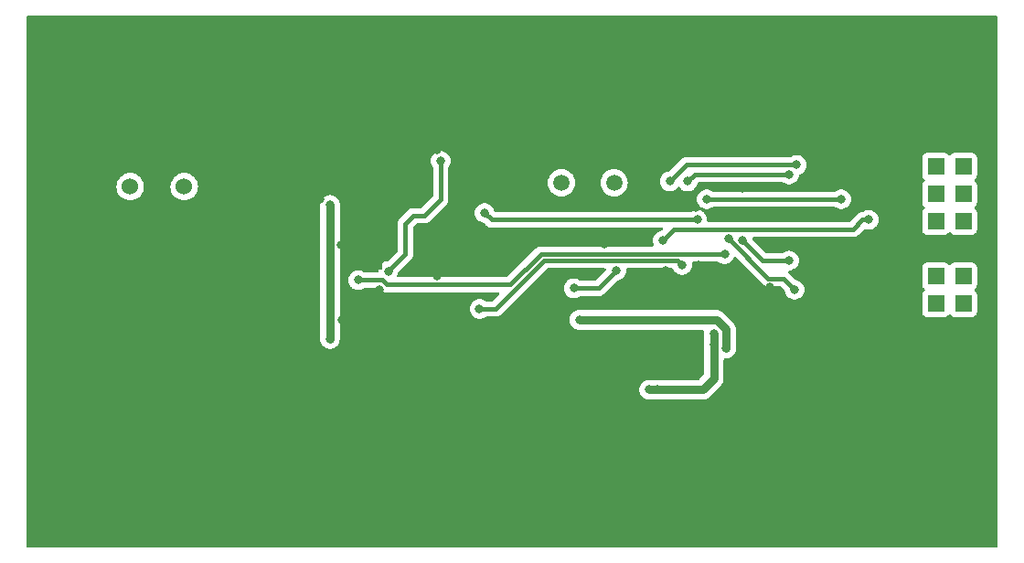
<source format=gbr>
%TF.GenerationSoftware,KiCad,Pcbnew,6.0.4-6f826c9f35~116~ubuntu20.04.1*%
%TF.CreationDate,2022-04-16T22:40:28+00:00*%
%TF.ProjectId,USTSIPIN01,55535453-4950-4494-9e30-312e6b696361,REV*%
%TF.SameCoordinates,Original*%
%TF.FileFunction,Copper,L1,Top*%
%TF.FilePolarity,Positive*%
%FSLAX46Y46*%
G04 Gerber Fmt 4.6, Leading zero omitted, Abs format (unit mm)*
G04 Created by KiCad (PCBNEW 6.0.4-6f826c9f35~116~ubuntu20.04.1) date 2022-04-16 22:40:28*
%MOMM*%
%LPD*%
G01*
G04 APERTURE LIST*
%TA.AperFunction,ComponentPad*%
%ADD10C,6.000000*%
%TD*%
%TA.AperFunction,ComponentPad*%
%ADD11R,1.524000X1.524000*%
%TD*%
%TA.AperFunction,ComponentPad*%
%ADD12C,1.524000*%
%TD*%
%TA.AperFunction,SMDPad,CuDef*%
%ADD13R,3.300000X2.550000*%
%TD*%
%TA.AperFunction,SMDPad,CuDef*%
%ADD14R,3.800000X1.000000*%
%TD*%
%TA.AperFunction,SMDPad,CuDef*%
%ADD15R,1.000000X3.800000*%
%TD*%
%TA.AperFunction,SMDPad,CuDef*%
%ADD16R,1.000000X1.000000*%
%TD*%
%TA.AperFunction,SMDPad,CuDef*%
%ADD17R,1.000000X2.300000*%
%TD*%
%TA.AperFunction,SMDPad,CuDef*%
%ADD18R,2.300000X1.000000*%
%TD*%
%TA.AperFunction,ComponentPad*%
%ADD19C,1.500000*%
%TD*%
%TA.AperFunction,ViaPad*%
%ADD20C,0.800000*%
%TD*%
%TA.AperFunction,Conductor*%
%ADD21C,0.400000*%
%TD*%
%TA.AperFunction,Conductor*%
%ADD22C,0.250000*%
%TD*%
%TA.AperFunction,Conductor*%
%ADD23C,0.800000*%
%TD*%
G04 APERTURE END LIST*
D10*
%TO.P,M2,1*%
%TO.N,GND*%
X86360000Y45720000D03*
%TD*%
%TO.P,M3,1*%
%TO.N,GND*%
X5080000Y45720000D03*
%TD*%
%TO.P,M4,1*%
%TO.N,GND*%
X5080000Y5080000D03*
%TD*%
D11*
%TO.P,J1,1*%
%TO.N,/power/5*%
X84963000Y25908000D03*
%TO.P,J1,2*%
X87503000Y25908000D03*
%TD*%
%TO.P,J2,1*%
%TO.N,GND*%
X84963000Y28448000D03*
%TO.P,J2,2*%
X87503000Y28448000D03*
%TD*%
%TO.P,J3,1*%
%TO.N,/power/3*%
X84963000Y23368000D03*
%TO.P,J3,2*%
X87503000Y23368000D03*
%TD*%
D12*
%TO.P,D2,1*%
%TO.N,/K*%
X15360000Y34190000D03*
%TO.P,D2,2*%
%TO.N,/A*%
X10360000Y34190000D03*
%TD*%
D11*
%TO.P,J4,1*%
%TO.N,/cpu/PC7*%
X84963000Y36068000D03*
%TD*%
%TO.P,J5,1*%
%TO.N,/cpu/PC3*%
X87503000Y36068000D03*
%TD*%
%TO.P,J6,1*%
%TO.N,/cpu/RX0*%
X84963000Y33528000D03*
%TD*%
%TO.P,J7,1*%
%TO.N,/cpu/TX0*%
X87503000Y33528000D03*
%TD*%
%TO.P,J19,1*%
%TO.N,/cpu/RST#*%
X84963000Y30988000D03*
%TO.P,J19,2*%
X87503000Y30988000D03*
%TD*%
D10*
%TO.P,M1,1*%
%TO.N,GND*%
X86360000Y5080000D03*
%TD*%
D13*
%TO.P,M5,1*%
%TO.N,GND*%
X79726000Y39873000D03*
D14*
X49976000Y10348000D03*
X61976000Y40648000D03*
D13*
X38226000Y11123000D03*
D14*
X55976000Y40648000D03*
D15*
X37076000Y34498000D03*
D14*
X43976000Y40648000D03*
D15*
X80876000Y34498000D03*
D14*
X73976000Y10348000D03*
X67976000Y10348000D03*
D13*
X38226000Y39873000D03*
D14*
X49976000Y40648000D03*
X67976000Y40648000D03*
D15*
X37076000Y16498000D03*
X37076000Y28498000D03*
D14*
X55976000Y10348000D03*
D15*
X80876000Y16498000D03*
D14*
X61976000Y10348000D03*
D15*
X80876000Y22498000D03*
X80876000Y28498000D03*
D14*
X73976000Y40648000D03*
X43976000Y10348000D03*
D13*
X79726000Y11123000D03*
D15*
X37076000Y22498000D03*
%TD*%
D14*
%TO.P,M8,1*%
%TO.N,GND*%
X14272000Y41300000D03*
D15*
X33172000Y16400000D03*
D14*
X8272000Y41300000D03*
D16*
X33172000Y41300000D03*
X1372000Y9500000D03*
D15*
X1372000Y16400000D03*
D17*
X33172000Y11150000D03*
D15*
X33172000Y22400000D03*
D14*
X20272000Y9500000D03*
D18*
X31522000Y41300000D03*
X3022000Y41300000D03*
D16*
X1372000Y41300000D03*
D15*
X33172000Y28400000D03*
D14*
X26272000Y9500000D03*
X26272000Y41300000D03*
D15*
X1372000Y34400000D03*
D17*
X1372000Y11150000D03*
D15*
X1372000Y28400000D03*
D17*
X1372000Y39650000D03*
D18*
X3022000Y9500000D03*
D14*
X8272000Y9500000D03*
X20272000Y41300000D03*
X14272000Y9500000D03*
D16*
X33172000Y9500000D03*
D17*
X33172000Y39650000D03*
D15*
X33172000Y34400000D03*
D18*
X31522000Y9500000D03*
D15*
X1372000Y22400000D03*
%TD*%
D19*
%TO.P,Y1,1*%
%TO.N,Net-(C30-Pad1)*%
X50292000Y34544000D03*
%TO.P,Y1,2*%
%TO.N,Net-(C33-Pad1)*%
X55172000Y34544000D03*
%TD*%
D20*
%TO.N,GND*%
X75311000Y14605000D03*
X33020000Y13716000D03*
X32766000Y12192000D03*
X34290000Y12192000D03*
X35814000Y12192000D03*
X37338000Y12192000D03*
X39116000Y12192000D03*
X40640000Y12192000D03*
X28575000Y11430000D03*
X26670000Y12700000D03*
X26670000Y13970000D03*
X27940000Y15240000D03*
X27940000Y16510000D03*
X27305000Y17780000D03*
X26035000Y18415000D03*
X24765000Y18415000D03*
X23495000Y18415000D03*
X22225000Y18415000D03*
X20955000Y17780000D03*
X19685000Y16510000D03*
X18415000Y15875000D03*
X17145000Y15875000D03*
X15240000Y15875000D03*
X13970000Y17145000D03*
X12700000Y17145000D03*
X17780000Y19050000D03*
X17780000Y20320000D03*
X17780000Y21590000D03*
X19050000Y21590000D03*
X19050000Y20320000D03*
X20320000Y21590000D03*
X21590000Y21590000D03*
X22860000Y21590000D03*
X24130000Y21590000D03*
X25400000Y21590000D03*
X26670000Y21590000D03*
X21590000Y22860000D03*
X21590000Y24892000D03*
X22860000Y24892000D03*
X22860000Y22860000D03*
X31115000Y22225000D03*
X29972000Y21844000D03*
X30480000Y20320000D03*
X30480000Y19050000D03*
X31750000Y19050000D03*
X31750000Y20320000D03*
X32385000Y21590000D03*
X34290000Y22225000D03*
X34036000Y17272000D03*
X34290000Y18415000D03*
X33655000Y19685000D03*
X32512000Y17272000D03*
X10795000Y17145000D03*
X8890000Y17145000D03*
X7620000Y17780000D03*
X5715000Y17780000D03*
X4445000Y18415000D03*
X3175000Y19685000D03*
X2540000Y20955000D03*
X2540000Y22225000D03*
X2540000Y24130000D03*
X2540000Y26035000D03*
X2540000Y27940000D03*
X2540000Y29845000D03*
X2540000Y31750000D03*
X2540000Y33020000D03*
X5715000Y33020000D03*
X6985000Y31750000D03*
X7620000Y33020000D03*
X8255000Y34290000D03*
X8255000Y35560000D03*
X10160000Y36195000D03*
X11430000Y36195000D03*
X12065000Y34925000D03*
X10795000Y31750000D03*
X12065000Y33020000D03*
X5080000Y35560000D03*
X13970000Y34925000D03*
X14605000Y36195000D03*
X15875000Y36195000D03*
X16510000Y37465000D03*
X16510000Y38735000D03*
X19685000Y30480000D03*
X20955000Y30480000D03*
X22225000Y30480000D03*
X23368000Y29972000D03*
X24765000Y32004000D03*
X26035000Y30988000D03*
X27305000Y30480000D03*
X27305000Y31750000D03*
X27940000Y33020000D03*
X28575000Y34290000D03*
X26035000Y33655000D03*
X26035000Y35560000D03*
X27305000Y36195000D03*
X28575000Y36195000D03*
X29845000Y35560000D03*
X31115000Y35560000D03*
X32385000Y35560000D03*
X33655000Y35560000D03*
X34925000Y35560000D03*
X36195000Y36195000D03*
X36195000Y37465000D03*
X37465000Y38100000D03*
X40005000Y37465000D03*
X40894000Y34036000D03*
X40894000Y32512000D03*
X40894000Y31496000D03*
X41656000Y30480000D03*
X42926000Y30480000D03*
X43688000Y29464000D03*
X50800000Y39116000D03*
X52324000Y39116000D03*
X53848000Y39116000D03*
X55372000Y39116000D03*
X56896000Y39116000D03*
X58420000Y39116000D03*
X59944000Y39116000D03*
X61468000Y39116000D03*
X62992000Y26924000D03*
X58928000Y20320000D03*
X53848000Y20320000D03*
X57912000Y24892000D03*
X69596000Y24892000D03*
X70104000Y22352000D03*
X76200000Y31496000D03*
X66548000Y31496000D03*
X67183000Y38735000D03*
X68453000Y38735000D03*
X51054000Y32512000D03*
X50038000Y21717000D03*
X49657000Y32512000D03*
X6096000Y36576000D03*
X7112000Y37592000D03*
X8636000Y38608000D03*
X10160000Y38608000D03*
X11684000Y38608000D03*
X13208000Y38608000D03*
X14224000Y37592000D03*
X79248000Y21844000D03*
X79248000Y20320000D03*
X78232000Y19304000D03*
X78232000Y39243000D03*
X76708000Y39243000D03*
X75184000Y39243000D03*
X73660000Y39243000D03*
X72136000Y39243000D03*
X70612000Y39243000D03*
X69596000Y39243000D03*
X87884000Y12192000D03*
X87884000Y13716000D03*
X88392000Y16764000D03*
X79248000Y33528000D03*
X67056000Y34036000D03*
X12225000Y21965000D03*
X33218000Y27680000D03*
X33428186Y28701814D03*
X10320000Y27680000D03*
X59944000Y26416000D03*
X54229000Y28829000D03*
X38895000Y30220000D03*
X10668000Y21965000D03*
X4064000Y34544000D03*
X4986000Y25648000D03*
X30767000Y28823000D03*
X10320000Y28950000D03*
X51308000Y12446000D03*
X34450000Y29420000D03*
X37465000Y15875000D03*
X50038000Y13716000D03*
X14732000Y22352000D03*
X4986000Y26918000D03*
X50038000Y12446000D03*
X40836307Y35248307D03*
X39530000Y29585000D03*
X33434000Y24632000D03*
X62701789Y32220000D03*
X29862000Y28823000D03*
X37625000Y21965000D03*
X55867109Y24815999D03*
X38749423Y37565961D03*
X52578000Y12446000D03*
X9304000Y22092000D03*
X38768000Y25902000D03*
X12860000Y23870000D03*
X51308000Y13716000D03*
X30640000Y30220000D03*
X31910000Y30220000D03*
X38895000Y21965000D03*
X52578000Y13716000D03*
X10319457Y30200565D03*
X12225000Y31490000D03*
X10320000Y25775000D03*
%TO.N,Net-(R1-Pad2)*%
X34256648Y26365080D03*
X39115992Y36576000D03*
%TO.N,/cpu/RST#_P*%
X78740000Y31115000D03*
X59690000Y29210000D03*
%TO.N,/cpu/PC0*%
X71882000Y24638000D03*
X65747314Y29387314D03*
%TO.N,/cpu/PC1*%
X71374778Y27336070D03*
X67056000Y29210000D03*
%TO.N,/cpu/PB6*%
X51435000Y24765000D03*
X55372000Y26416000D03*
%TO.N,/cpu/RX0*%
X61976000Y34671000D03*
X71374000Y35306000D03*
%TO.N,/cpu/TX0*%
X60325000Y34671000D03*
X72066686Y36191990D03*
%TO.N,+3V3*%
X28862000Y32506000D03*
X59182000Y15367000D03*
X63754000Y33020000D03*
X76200000Y33020000D03*
X64389000Y20574000D03*
X58420000Y15367000D03*
X28862000Y20060000D03*
X64389000Y19558000D03*
%TO.N,+5V*%
X65532000Y19177000D03*
X51943000Y21844000D03*
%TO.N,PA1*%
X31496000Y25527000D03*
X65405000Y27940000D03*
%TO.N,PA0*%
X62865000Y31115000D03*
X43180000Y31750000D03*
%TO.N,PB0*%
X61468000Y26924000D03*
X42705000Y22860000D03*
%TD*%
D21*
%TO.N,GND*%
X39530000Y29585000D02*
X39530000Y26664000D01*
D22*
X33434000Y23362000D02*
X33688000Y23108000D01*
X29862000Y28823000D02*
X30767000Y28823000D01*
D21*
X31910000Y30220000D02*
X30640000Y30220000D01*
D22*
X12225000Y21965000D02*
X14130000Y21965000D01*
D21*
X34450000Y29420000D02*
X34450000Y28912000D01*
D22*
X12205565Y30200565D02*
X10319457Y30200565D01*
X10320000Y28950000D02*
X10320000Y27680000D01*
X13495000Y31490000D02*
X12205565Y30200565D01*
D21*
X39530000Y26664000D02*
X38768000Y25902000D01*
D22*
X4986000Y25648000D02*
X4986000Y26918000D01*
D21*
X38895000Y21965000D02*
X37625000Y21965000D01*
X34450000Y29420000D02*
X34146372Y29420000D01*
X34146372Y29420000D02*
X33428186Y28701814D01*
D22*
X33434000Y24632000D02*
X33434000Y23362000D01*
D21*
X34450000Y28912000D02*
X33218000Y27680000D01*
%TO.N,Net-(R1-Pad2)*%
X35853000Y27961432D02*
X34656647Y26765079D01*
X39115992Y33019992D02*
X37592000Y31496000D01*
X34656647Y26765079D02*
X34256648Y26365080D01*
X37592000Y31496000D02*
X36576000Y31496000D01*
X39115992Y36576000D02*
X39115992Y33019992D01*
X35853000Y30773000D02*
X35853000Y27961432D01*
X36576000Y31496000D02*
X35853000Y30773000D01*
%TO.N,/cpu/RST#_P*%
X60706000Y30226000D02*
X59690000Y29210000D01*
X77285315Y30226000D02*
X60706000Y30226000D01*
X78740000Y31115000D02*
X78174315Y31115000D01*
X78174315Y31115000D02*
X77285315Y30226000D01*
%TO.N,/cpu/PC0*%
X65747314Y29387314D02*
X69442627Y25692001D01*
X70827999Y25692001D02*
X71882000Y24638000D01*
X69442627Y25692001D02*
X70827999Y25692001D01*
%TO.N,/cpu/PC1*%
X67056000Y29210000D02*
X68929930Y27336070D01*
X68929930Y27336070D02*
X71374778Y27336070D01*
%TO.N,/cpu/PB6*%
X51435000Y24765000D02*
X53721000Y24765000D01*
X53721000Y24765000D02*
X54972001Y26016001D01*
X54972001Y26016001D02*
X55372000Y26416000D01*
%TO.N,/cpu/RX0*%
X61976000Y34671000D02*
X62611000Y35306000D01*
X62611000Y35306000D02*
X71374000Y35306000D01*
%TO.N,/cpu/TX0*%
X60325000Y34671000D02*
X61845990Y36191990D01*
X61845990Y36191990D02*
X72066686Y36191990D01*
D23*
%TO.N,+3V3*%
X28862000Y32506000D02*
X28862000Y20060000D01*
X59182000Y15367000D02*
X58420000Y15367000D01*
D21*
X76200000Y33020000D02*
X63754000Y33020000D01*
D23*
X63373000Y15367000D02*
X59182000Y15367000D01*
X64389000Y16383000D02*
X63373000Y15367000D01*
X64389000Y20574000D02*
X64389000Y16383000D01*
%TO.N,+5V*%
X65532000Y20955000D02*
X64643000Y21844000D01*
X64643000Y21844000D02*
X51943000Y21844000D01*
X65532000Y19177000D02*
X65532000Y20955000D01*
D21*
%TO.N,PA1*%
X48387000Y27940000D02*
X48323500Y27876500D01*
X33723002Y25527000D02*
X34148003Y25101999D01*
X34148003Y25101999D02*
X45548999Y25101999D01*
X31496000Y25527000D02*
X33723002Y25527000D01*
X45548999Y25101999D02*
X48323500Y27876500D01*
X65405000Y27940000D02*
X48387000Y27940000D01*
%TO.N,PA0*%
X43180000Y31750000D02*
X43815000Y31115000D01*
X43815000Y31115000D02*
X62865000Y31115000D01*
%TO.N,PB0*%
X44196000Y22860000D02*
X42705000Y22860000D01*
X61052010Y27339990D02*
X48675990Y27339990D01*
X61468000Y26924000D02*
X61052010Y27339990D01*
X48675990Y27339990D02*
X44196000Y22860000D01*
%TD*%
%TA.AperFunction,Conductor*%
%TO.N,GND*%
G36*
X90620121Y50017998D02*
G01*
X90666614Y49964342D01*
X90678000Y49912000D01*
X90678000Y888000D01*
X90657998Y819879D01*
X90604342Y773386D01*
X90552000Y762000D01*
X888000Y762000D01*
X819879Y782002D01*
X773386Y835658D01*
X762000Y888000D01*
X762000Y20060000D01*
X27948496Y20060000D01*
X27968458Y19870072D01*
X28027473Y19688444D01*
X28122960Y19523056D01*
X28127378Y19518149D01*
X28127379Y19518148D01*
X28246325Y19386045D01*
X28250747Y19381134D01*
X28405248Y19268882D01*
X28411276Y19266198D01*
X28411278Y19266197D01*
X28504685Y19224610D01*
X28579712Y19191206D01*
X28646546Y19177000D01*
X28760056Y19152872D01*
X28760061Y19152872D01*
X28766513Y19151500D01*
X28957487Y19151500D01*
X28963939Y19152872D01*
X28963944Y19152872D01*
X29077454Y19177000D01*
X29144288Y19191206D01*
X29219315Y19224610D01*
X29312722Y19266197D01*
X29312724Y19266198D01*
X29318752Y19268882D01*
X29473253Y19381134D01*
X29477675Y19386045D01*
X29596621Y19518148D01*
X29596622Y19518149D01*
X29601040Y19523056D01*
X29696527Y19688444D01*
X29755542Y19870072D01*
X29775504Y20060000D01*
X29771190Y20101045D01*
X29770500Y20114216D01*
X29770500Y21844000D01*
X51029496Y21844000D01*
X51030186Y21837435D01*
X51033810Y21802955D01*
X51034500Y21789784D01*
X51034500Y21748513D01*
X51043082Y21708136D01*
X51045143Y21695128D01*
X51049458Y21654072D01*
X51051497Y21647798D01*
X51051498Y21647791D01*
X51062212Y21614817D01*
X51065625Y21602080D01*
X51074206Y21561712D01*
X51090999Y21523994D01*
X51095718Y21511698D01*
X51108473Y21472444D01*
X51117009Y21457660D01*
X51129104Y21436710D01*
X51135091Y21424961D01*
X51151882Y21387248D01*
X51155761Y21381909D01*
X51155764Y21381904D01*
X51176146Y21353851D01*
X51183325Y21342798D01*
X51203960Y21307056D01*
X51208380Y21302147D01*
X51208383Y21302143D01*
X51231575Y21276386D01*
X51239871Y21266143D01*
X51264134Y21232747D01*
X51269036Y21228333D01*
X51269038Y21228331D01*
X51294806Y21205129D01*
X51304129Y21195806D01*
X51331747Y21165134D01*
X51365143Y21140871D01*
X51375386Y21132575D01*
X51401143Y21109383D01*
X51401147Y21109380D01*
X51406056Y21104960D01*
X51441798Y21084325D01*
X51452851Y21077146D01*
X51480904Y21056764D01*
X51480909Y21056761D01*
X51486248Y21052882D01*
X51492275Y21050199D01*
X51492276Y21050198D01*
X51523959Y21036092D01*
X51535708Y21030105D01*
X51571444Y21009473D01*
X51577727Y21007432D01*
X51577728Y21007431D01*
X51610696Y20996719D01*
X51622994Y20991999D01*
X51660712Y20975206D01*
X51667165Y20973834D01*
X51667169Y20973833D01*
X51701080Y20966625D01*
X51713817Y20963212D01*
X51746791Y20952498D01*
X51746798Y20952497D01*
X51753072Y20950458D01*
X51759633Y20949768D01*
X51759635Y20949768D01*
X51773690Y20948291D01*
X51794128Y20946143D01*
X51807136Y20944082D01*
X51847513Y20935500D01*
X63377781Y20935500D01*
X63445902Y20915498D01*
X63492395Y20861842D01*
X63502499Y20791568D01*
X63497613Y20770561D01*
X63495458Y20763928D01*
X63475496Y20574000D01*
X63476186Y20567435D01*
X63479810Y20532955D01*
X63480500Y20519784D01*
X63480500Y19612216D01*
X63479810Y19599045D01*
X63475496Y19558000D01*
X63476186Y19551435D01*
X63479810Y19516955D01*
X63480500Y19503784D01*
X63480500Y16811503D01*
X63460498Y16743382D01*
X63443595Y16722408D01*
X63033592Y16312405D01*
X62971280Y16278379D01*
X62944497Y16275500D01*
X58324513Y16275500D01*
X58284136Y16266918D01*
X58271128Y16264857D01*
X58250690Y16262709D01*
X58236635Y16261232D01*
X58236633Y16261232D01*
X58230072Y16260542D01*
X58223798Y16258503D01*
X58223791Y16258502D01*
X58190817Y16247788D01*
X58178080Y16244375D01*
X58144169Y16237167D01*
X58144165Y16237166D01*
X58137712Y16235794D01*
X58099994Y16219001D01*
X58087696Y16214281D01*
X58065519Y16207075D01*
X58048444Y16201527D01*
X58042723Y16198224D01*
X58012710Y16180896D01*
X58000961Y16174909D01*
X57963248Y16158118D01*
X57957909Y16154239D01*
X57957904Y16154236D01*
X57929851Y16133854D01*
X57918798Y16126675D01*
X57883056Y16106040D01*
X57878147Y16101620D01*
X57878143Y16101617D01*
X57852386Y16078425D01*
X57842143Y16070129D01*
X57808747Y16045866D01*
X57804333Y16040964D01*
X57804331Y16040962D01*
X57781129Y16015194D01*
X57771806Y16005871D01*
X57746038Y15982669D01*
X57741134Y15978253D01*
X57716871Y15944857D01*
X57708575Y15934614D01*
X57685383Y15908857D01*
X57685380Y15908853D01*
X57680960Y15903944D01*
X57660325Y15868202D01*
X57653146Y15857149D01*
X57632764Y15829096D01*
X57632761Y15829091D01*
X57628882Y15823752D01*
X57626199Y15817725D01*
X57626198Y15817724D01*
X57612092Y15786041D01*
X57606105Y15774292D01*
X57585473Y15738556D01*
X57583432Y15732273D01*
X57583431Y15732272D01*
X57572719Y15699304D01*
X57567999Y15687006D01*
X57551206Y15649288D01*
X57549834Y15642835D01*
X57549833Y15642831D01*
X57542625Y15608920D01*
X57539212Y15596183D01*
X57528498Y15563209D01*
X57528497Y15563202D01*
X57526458Y15556928D01*
X57525768Y15550367D01*
X57525768Y15550365D01*
X57522144Y15515878D01*
X57520082Y15502864D01*
X57511500Y15462487D01*
X57511500Y15421216D01*
X57510810Y15408045D01*
X57506496Y15367000D01*
X57507186Y15360435D01*
X57510810Y15325955D01*
X57511500Y15312784D01*
X57511500Y15271513D01*
X57520082Y15231136D01*
X57522143Y15218128D01*
X57526458Y15177072D01*
X57528497Y15170798D01*
X57528498Y15170791D01*
X57539212Y15137817D01*
X57542625Y15125080D01*
X57551206Y15084712D01*
X57567999Y15046994D01*
X57572718Y15034698D01*
X57585473Y14995444D01*
X57588776Y14989723D01*
X57606104Y14959710D01*
X57612091Y14947961D01*
X57628882Y14910248D01*
X57632761Y14904909D01*
X57632764Y14904904D01*
X57653146Y14876851D01*
X57660325Y14865798D01*
X57680960Y14830056D01*
X57685380Y14825147D01*
X57685383Y14825143D01*
X57708575Y14799386D01*
X57716871Y14789143D01*
X57741134Y14755747D01*
X57746036Y14751333D01*
X57746038Y14751331D01*
X57771806Y14728129D01*
X57781129Y14718806D01*
X57804128Y14693264D01*
X57808747Y14688134D01*
X57842143Y14663871D01*
X57852386Y14655575D01*
X57878143Y14632383D01*
X57878146Y14632381D01*
X57883056Y14627960D01*
X57918798Y14607325D01*
X57929851Y14600146D01*
X57957904Y14579764D01*
X57957909Y14579761D01*
X57963248Y14575882D01*
X57969275Y14573199D01*
X57969276Y14573198D01*
X58000959Y14559092D01*
X58012708Y14553105D01*
X58048444Y14532473D01*
X58054727Y14530432D01*
X58054728Y14530431D01*
X58087696Y14519719D01*
X58099994Y14514999D01*
X58137712Y14498206D01*
X58144165Y14496834D01*
X58144169Y14496833D01*
X58178080Y14489625D01*
X58190817Y14486212D01*
X58223791Y14475498D01*
X58223798Y14475497D01*
X58230072Y14473458D01*
X58236633Y14472768D01*
X58236635Y14472768D01*
X58250690Y14471291D01*
X58271128Y14469143D01*
X58284136Y14467082D01*
X58324513Y14458500D01*
X63291583Y14458500D01*
X63311292Y14456949D01*
X63325190Y14454748D01*
X63331777Y14455093D01*
X63331782Y14455093D01*
X63393480Y14458327D01*
X63400074Y14458500D01*
X63420610Y14458500D01*
X63423882Y14458844D01*
X63423884Y14458844D01*
X63441042Y14460647D01*
X63447616Y14461164D01*
X63509308Y14464397D01*
X63509312Y14464398D01*
X63515903Y14464743D01*
X63522284Y14466453D01*
X63522286Y14466453D01*
X63529491Y14468383D01*
X63548925Y14471985D01*
X63556354Y14472766D01*
X63556363Y14472768D01*
X63562928Y14473458D01*
X63627997Y14494600D01*
X63634299Y14496467D01*
X63700370Y14514171D01*
X63712908Y14520560D01*
X63731174Y14528125D01*
X63738272Y14530431D01*
X63738274Y14530432D01*
X63744556Y14532473D01*
X63803785Y14566669D01*
X63809579Y14569815D01*
X63870530Y14600871D01*
X63881467Y14609727D01*
X63897763Y14620927D01*
X63904224Y14624657D01*
X63904228Y14624660D01*
X63909944Y14627960D01*
X63914850Y14632377D01*
X63914855Y14632381D01*
X63960769Y14673722D01*
X63965784Y14678006D01*
X63974282Y14684888D01*
X63981741Y14690928D01*
X63996256Y14705443D01*
X64001041Y14709984D01*
X64010839Y14718806D01*
X64051866Y14755747D01*
X64060140Y14767135D01*
X64072981Y14782168D01*
X64973832Y15683019D01*
X64988865Y15695860D01*
X64994913Y15700254D01*
X64994914Y15700255D01*
X65000253Y15704134D01*
X65046016Y15754959D01*
X65050557Y15759744D01*
X65065072Y15774259D01*
X65077994Y15790216D01*
X65082278Y15795231D01*
X65123619Y15841145D01*
X65123623Y15841150D01*
X65128040Y15846056D01*
X65131340Y15851772D01*
X65131343Y15851776D01*
X65135073Y15858237D01*
X65146273Y15874534D01*
X65150975Y15880340D01*
X65150976Y15880342D01*
X65155129Y15885470D01*
X65186186Y15946423D01*
X65189333Y15952218D01*
X65220223Y16005721D01*
X65220224Y16005722D01*
X65223527Y16011444D01*
X65227875Y16024827D01*
X65235441Y16043093D01*
X65238829Y16049743D01*
X65241829Y16055630D01*
X65259533Y16121701D01*
X65261400Y16128003D01*
X65282542Y16193072D01*
X65283232Y16199637D01*
X65283234Y16199646D01*
X65284015Y16207075D01*
X65287617Y16226509D01*
X65289547Y16233714D01*
X65289547Y16233716D01*
X65291257Y16240097D01*
X65292329Y16260542D01*
X65294836Y16308384D01*
X65295353Y16314958D01*
X65297156Y16332116D01*
X65297156Y16332118D01*
X65297500Y16335390D01*
X65297500Y16355926D01*
X65297673Y16362520D01*
X65300907Y16424218D01*
X65300907Y16424223D01*
X65301252Y16430810D01*
X65299051Y16444708D01*
X65297500Y16464417D01*
X65297500Y18143868D01*
X65317502Y18211989D01*
X65371158Y18258482D01*
X65434781Y18268868D01*
X65436513Y18268500D01*
X65627487Y18268500D01*
X65633939Y18269872D01*
X65633944Y18269872D01*
X65720888Y18288353D01*
X65814288Y18308206D01*
X65820319Y18310891D01*
X65982722Y18383197D01*
X65982724Y18383198D01*
X65988752Y18385882D01*
X66143253Y18498134D01*
X66271040Y18640056D01*
X66366527Y18805444D01*
X66425542Y18987072D01*
X66440500Y19129390D01*
X66445504Y19177000D01*
X66441190Y19218045D01*
X66440500Y19231216D01*
X66440500Y20873583D01*
X66442051Y20893295D01*
X66443220Y20900675D01*
X66444252Y20907190D01*
X66442769Y20935500D01*
X66440673Y20975480D01*
X66440500Y20982074D01*
X66440500Y21002610D01*
X66439779Y21009473D01*
X66438353Y21023042D01*
X66437836Y21029616D01*
X66434603Y21091304D01*
X66434603Y21091306D01*
X66434257Y21097903D01*
X66430615Y21111496D01*
X66427014Y21130925D01*
X66425542Y21144928D01*
X66420237Y21161257D01*
X66404409Y21209969D01*
X66402535Y21216294D01*
X66386538Y21275997D01*
X66386537Y21276000D01*
X66384830Y21282370D01*
X66378438Y21294915D01*
X66370874Y21313177D01*
X66368568Y21320274D01*
X66366527Y21326556D01*
X66363224Y21332277D01*
X66332336Y21385777D01*
X66329188Y21391574D01*
X66301126Y21446649D01*
X66301124Y21446652D01*
X66298129Y21452530D01*
X66289273Y21463467D01*
X66278073Y21479763D01*
X66274343Y21486224D01*
X66274340Y21486228D01*
X66271040Y21491944D01*
X66266623Y21496850D01*
X66266619Y21496855D01*
X66225278Y21542769D01*
X66220994Y21547784D01*
X66210148Y21561177D01*
X66208072Y21563741D01*
X66193557Y21578256D01*
X66189016Y21583041D01*
X66147673Y21628957D01*
X66143253Y21633866D01*
X66131865Y21642140D01*
X66116832Y21654981D01*
X65342981Y22428832D01*
X65330140Y22443865D01*
X65325746Y22449913D01*
X65325745Y22449914D01*
X65321866Y22455253D01*
X65271041Y22501016D01*
X65266256Y22505557D01*
X65251741Y22520072D01*
X65243503Y22526743D01*
X65235784Y22532994D01*
X65230769Y22537278D01*
X65207904Y22557866D01*
X83692500Y22557866D01*
X83699255Y22495684D01*
X83750385Y22359295D01*
X83837739Y22242739D01*
X83954295Y22155385D01*
X84090684Y22104255D01*
X84152866Y22097500D01*
X85773134Y22097500D01*
X85835316Y22104255D01*
X85971705Y22155385D01*
X86088261Y22242739D01*
X86132174Y22301332D01*
X86189033Y22343847D01*
X86259852Y22348873D01*
X86322145Y22314813D01*
X86333825Y22301333D01*
X86377739Y22242739D01*
X86494295Y22155385D01*
X86630684Y22104255D01*
X86692866Y22097500D01*
X88313134Y22097500D01*
X88375316Y22104255D01*
X88511705Y22155385D01*
X88628261Y22242739D01*
X88715615Y22359295D01*
X88766745Y22495684D01*
X88773500Y22557866D01*
X88773500Y24178134D01*
X88766745Y24240316D01*
X88715615Y24376705D01*
X88628261Y24493261D01*
X88569668Y24537174D01*
X88527153Y24594033D01*
X88522127Y24664852D01*
X88556187Y24727145D01*
X88569668Y24738826D01*
X88604592Y24765000D01*
X88628261Y24782739D01*
X88715615Y24899295D01*
X88766745Y25035684D01*
X88773500Y25097866D01*
X88773500Y26718134D01*
X88766745Y26780316D01*
X88715615Y26916705D01*
X88628261Y27033261D01*
X88511705Y27120615D01*
X88375316Y27171745D01*
X88313134Y27178500D01*
X86692866Y27178500D01*
X86630684Y27171745D01*
X86494295Y27120615D01*
X86377739Y27033261D01*
X86372358Y27026081D01*
X86333826Y26974668D01*
X86276967Y26932153D01*
X86206148Y26927127D01*
X86143855Y26961187D01*
X86132174Y26974668D01*
X86093642Y27026081D01*
X86088261Y27033261D01*
X85971705Y27120615D01*
X85835316Y27171745D01*
X85773134Y27178500D01*
X84152866Y27178500D01*
X84090684Y27171745D01*
X83954295Y27120615D01*
X83837739Y27033261D01*
X83750385Y26916705D01*
X83699255Y26780316D01*
X83692500Y26718134D01*
X83692500Y25097866D01*
X83699255Y25035684D01*
X83750385Y24899295D01*
X83837739Y24782739D01*
X83861408Y24765000D01*
X83896332Y24738826D01*
X83938847Y24681967D01*
X83943873Y24611148D01*
X83909813Y24548855D01*
X83896333Y24537175D01*
X83837739Y24493261D01*
X83750385Y24376705D01*
X83699255Y24240316D01*
X83692500Y24178134D01*
X83692500Y22557866D01*
X65207904Y22557866D01*
X65184855Y22578619D01*
X65184850Y22578623D01*
X65179944Y22583040D01*
X65174228Y22586340D01*
X65174224Y22586343D01*
X65167763Y22590073D01*
X65151466Y22601273D01*
X65145660Y22605975D01*
X65145658Y22605976D01*
X65140530Y22610129D01*
X65079577Y22641186D01*
X65073782Y22644333D01*
X65020279Y22675223D01*
X65020278Y22675224D01*
X65014556Y22678527D01*
X65008274Y22680568D01*
X65008272Y22680569D01*
X65001174Y22682875D01*
X64982907Y22690441D01*
X64970370Y22696829D01*
X64904299Y22714533D01*
X64897997Y22716400D01*
X64832928Y22737542D01*
X64826363Y22738232D01*
X64826354Y22738234D01*
X64818925Y22739015D01*
X64799491Y22742617D01*
X64792286Y22744547D01*
X64792284Y22744547D01*
X64785903Y22746257D01*
X64779312Y22746602D01*
X64779308Y22746603D01*
X64717616Y22749836D01*
X64711042Y22750353D01*
X64693884Y22752156D01*
X64693882Y22752156D01*
X64690610Y22752500D01*
X64670074Y22752500D01*
X64663480Y22752673D01*
X64601782Y22755907D01*
X64601777Y22755907D01*
X64595190Y22756252D01*
X64581292Y22754051D01*
X64561583Y22752500D01*
X51847513Y22752500D01*
X51807136Y22743918D01*
X51794128Y22741857D01*
X51773690Y22739709D01*
X51759635Y22738232D01*
X51759633Y22738232D01*
X51753072Y22737542D01*
X51746798Y22735503D01*
X51746791Y22735502D01*
X51713817Y22724788D01*
X51701080Y22721375D01*
X51667169Y22714167D01*
X51667165Y22714166D01*
X51660712Y22712794D01*
X51622994Y22696001D01*
X51610698Y22691282D01*
X51571444Y22678527D01*
X51545926Y22663794D01*
X51535710Y22657896D01*
X51523959Y22651908D01*
X51499875Y22641185D01*
X51486248Y22635118D01*
X51480909Y22631239D01*
X51480904Y22631236D01*
X51452851Y22610854D01*
X51441798Y22603675D01*
X51406056Y22583040D01*
X51401147Y22578620D01*
X51401143Y22578617D01*
X51375386Y22555425D01*
X51365143Y22547129D01*
X51331747Y22522866D01*
X51327333Y22517964D01*
X51327331Y22517962D01*
X51304129Y22492194D01*
X51294806Y22482871D01*
X51269038Y22459669D01*
X51264134Y22455253D01*
X51239871Y22421857D01*
X51231575Y22411614D01*
X51208383Y22385857D01*
X51208380Y22385853D01*
X51203960Y22380944D01*
X51183325Y22345202D01*
X51176146Y22334149D01*
X51155764Y22306096D01*
X51155761Y22306091D01*
X51151882Y22300752D01*
X51149199Y22294725D01*
X51149198Y22294724D01*
X51135092Y22263041D01*
X51129105Y22251292D01*
X51108473Y22215556D01*
X51106432Y22209273D01*
X51106431Y22209272D01*
X51095719Y22176304D01*
X51090999Y22164006D01*
X51074206Y22126288D01*
X51072834Y22119835D01*
X51072833Y22119831D01*
X51065625Y22085920D01*
X51062212Y22073183D01*
X51051498Y22040209D01*
X51051497Y22040202D01*
X51049458Y22033928D01*
X51048768Y22027367D01*
X51048768Y22027365D01*
X51045144Y21992878D01*
X51043082Y21979864D01*
X51034500Y21939487D01*
X51034500Y21898216D01*
X51033810Y21885045D01*
X51029496Y21844000D01*
X29770500Y21844000D01*
X29770500Y25527000D01*
X30582496Y25527000D01*
X30583186Y25520435D01*
X30593192Y25425237D01*
X30602458Y25337072D01*
X30661473Y25155444D01*
X30756960Y24990056D01*
X30761378Y24985149D01*
X30761379Y24985148D01*
X30831111Y24907703D01*
X30884747Y24848134D01*
X30925535Y24818500D01*
X31008207Y24758435D01*
X31039248Y24735882D01*
X31045276Y24733198D01*
X31045278Y24733197D01*
X31207681Y24660891D01*
X31213712Y24658206D01*
X31307112Y24638353D01*
X31394056Y24619872D01*
X31394061Y24619872D01*
X31400513Y24618500D01*
X31591487Y24618500D01*
X31597939Y24619872D01*
X31597944Y24619872D01*
X31684887Y24638353D01*
X31778288Y24658206D01*
X31784319Y24660891D01*
X31946722Y24733197D01*
X31946724Y24733198D01*
X31952752Y24735882D01*
X32033344Y24794436D01*
X32100211Y24818294D01*
X32107405Y24818500D01*
X33377342Y24818500D01*
X33445463Y24798498D01*
X33466437Y24781595D01*
X33626559Y24621473D01*
X33632413Y24615208D01*
X33670442Y24571614D01*
X33722732Y24534863D01*
X33727974Y24530971D01*
X33778285Y24491523D01*
X33785204Y24488399D01*
X33787496Y24487011D01*
X33802168Y24478642D01*
X33804528Y24477377D01*
X33810742Y24473009D01*
X33817821Y24470249D01*
X33817823Y24470248D01*
X33870278Y24449797D01*
X33876347Y24447246D01*
X33934576Y24420954D01*
X33942049Y24419569D01*
X33944615Y24418765D01*
X33960838Y24414144D01*
X33963430Y24413479D01*
X33970512Y24410717D01*
X33978047Y24409725D01*
X34033864Y24402377D01*
X34040380Y24401345D01*
X34078773Y24394229D01*
X34103189Y24389704D01*
X34110769Y24390141D01*
X34110770Y24390141D01*
X34165383Y24393290D01*
X34172636Y24393499D01*
X44423339Y24393499D01*
X44491460Y24373497D01*
X44537953Y24319841D01*
X44548057Y24249567D01*
X44518563Y24184987D01*
X44512434Y24178404D01*
X43939435Y23605405D01*
X43877123Y23571379D01*
X43850340Y23568500D01*
X43316405Y23568500D01*
X43248284Y23588502D01*
X43242344Y23592564D01*
X43167094Y23647237D01*
X43167093Y23647238D01*
X43161752Y23651118D01*
X43155724Y23653802D01*
X43155722Y23653803D01*
X42993319Y23726109D01*
X42993318Y23726109D01*
X42987288Y23728794D01*
X42893888Y23748647D01*
X42806944Y23767128D01*
X42806939Y23767128D01*
X42800487Y23768500D01*
X42609513Y23768500D01*
X42603061Y23767128D01*
X42603056Y23767128D01*
X42516112Y23748647D01*
X42422712Y23728794D01*
X42416682Y23726109D01*
X42416681Y23726109D01*
X42254278Y23653803D01*
X42254276Y23653802D01*
X42248248Y23651118D01*
X42093747Y23538866D01*
X41965960Y23396944D01*
X41870473Y23231556D01*
X41811458Y23049928D01*
X41791496Y22860000D01*
X41792186Y22853435D01*
X41808961Y22693833D01*
X41811458Y22670072D01*
X41870473Y22488444D01*
X41965960Y22323056D01*
X41970378Y22318149D01*
X41970379Y22318148D01*
X42073367Y22203768D01*
X42093747Y22181134D01*
X42138554Y22148580D01*
X42233689Y22079460D01*
X42248248Y22068882D01*
X42254276Y22066198D01*
X42254278Y22066197D01*
X42326756Y22033928D01*
X42422712Y21991206D01*
X42516112Y21971353D01*
X42603056Y21952872D01*
X42603061Y21952872D01*
X42609513Y21951500D01*
X42800487Y21951500D01*
X42806939Y21952872D01*
X42806944Y21952872D01*
X42893887Y21971353D01*
X42987288Y21991206D01*
X43083244Y22033928D01*
X43155722Y22066197D01*
X43155724Y22066198D01*
X43161752Y22068882D01*
X43176312Y22079460D01*
X43242344Y22127436D01*
X43309211Y22151294D01*
X43316405Y22151500D01*
X44167088Y22151500D01*
X44175658Y22151208D01*
X44225776Y22147791D01*
X44225780Y22147791D01*
X44233352Y22147275D01*
X44240829Y22148580D01*
X44240830Y22148580D01*
X44267308Y22153201D01*
X44296303Y22158262D01*
X44302821Y22159223D01*
X44366242Y22166898D01*
X44373343Y22169581D01*
X44375952Y22170222D01*
X44392262Y22174685D01*
X44394798Y22175450D01*
X44402284Y22176757D01*
X44460800Y22202444D01*
X44466904Y22204935D01*
X44519548Y22224827D01*
X44519549Y22224828D01*
X44526656Y22227513D01*
X44532919Y22231817D01*
X44535285Y22233054D01*
X44550097Y22241299D01*
X44552351Y22242632D01*
X44559305Y22245685D01*
X44610002Y22284587D01*
X44615332Y22288459D01*
X44661720Y22320339D01*
X44661725Y22320344D01*
X44667981Y22324643D01*
X44709436Y22371171D01*
X44714416Y22376446D01*
X48932555Y26594585D01*
X48994867Y26628611D01*
X49021650Y26631490D01*
X54281329Y26631490D01*
X54349450Y26611488D01*
X54395943Y26557832D01*
X54406047Y26487558D01*
X54376553Y26422978D01*
X54370437Y26416408D01*
X53464434Y25510404D01*
X53402123Y25476380D01*
X53375340Y25473500D01*
X52046405Y25473500D01*
X51978284Y25493502D01*
X51972344Y25497564D01*
X51897094Y25552237D01*
X51897093Y25552238D01*
X51891752Y25556118D01*
X51885724Y25558802D01*
X51885722Y25558803D01*
X51723319Y25631109D01*
X51723318Y25631109D01*
X51717288Y25633794D01*
X51623888Y25653647D01*
X51536944Y25672128D01*
X51536939Y25672128D01*
X51530487Y25673500D01*
X51339513Y25673500D01*
X51333061Y25672128D01*
X51333056Y25672128D01*
X51246112Y25653647D01*
X51152712Y25633794D01*
X51146682Y25631109D01*
X51146681Y25631109D01*
X50984278Y25558803D01*
X50984276Y25558802D01*
X50978248Y25556118D01*
X50972907Y25552238D01*
X50972906Y25552237D01*
X50938171Y25527000D01*
X50823747Y25443866D01*
X50819326Y25438956D01*
X50819325Y25438955D01*
X50721937Y25330794D01*
X50695960Y25301944D01*
X50600473Y25136556D01*
X50541458Y24954928D01*
X50540768Y24948367D01*
X50540768Y24948365D01*
X50529519Y24841332D01*
X50521496Y24765000D01*
X50522186Y24758435D01*
X50536894Y24618500D01*
X50541458Y24575072D01*
X50600473Y24393444D01*
X50695960Y24228056D01*
X50700378Y24223149D01*
X50700379Y24223148D01*
X50803367Y24108768D01*
X50823747Y24086134D01*
X50978248Y23973882D01*
X50984276Y23971198D01*
X50984278Y23971197D01*
X51020094Y23955251D01*
X51152712Y23896206D01*
X51246113Y23876353D01*
X51333056Y23857872D01*
X51333061Y23857872D01*
X51339513Y23856500D01*
X51530487Y23856500D01*
X51536939Y23857872D01*
X51536944Y23857872D01*
X51623887Y23876353D01*
X51717288Y23896206D01*
X51849906Y23955251D01*
X51885722Y23971197D01*
X51885724Y23971198D01*
X51891752Y23973882D01*
X51972344Y24032436D01*
X52039211Y24056294D01*
X52046405Y24056500D01*
X53692088Y24056500D01*
X53700658Y24056208D01*
X53750776Y24052791D01*
X53750780Y24052791D01*
X53758352Y24052275D01*
X53765829Y24053580D01*
X53765830Y24053580D01*
X53792308Y24058201D01*
X53821303Y24063262D01*
X53827821Y24064223D01*
X53891242Y24071898D01*
X53898343Y24074581D01*
X53900952Y24075222D01*
X53917262Y24079685D01*
X53919798Y24080450D01*
X53927284Y24081757D01*
X53985800Y24107444D01*
X53991904Y24109935D01*
X54044548Y24129827D01*
X54044549Y24129828D01*
X54051656Y24132513D01*
X54057919Y24136817D01*
X54060285Y24138054D01*
X54075097Y24146299D01*
X54077351Y24147632D01*
X54084305Y24150685D01*
X54135002Y24189587D01*
X54140332Y24193459D01*
X54186720Y24225339D01*
X54186725Y24225344D01*
X54192981Y24229643D01*
X54202491Y24240316D01*
X54234435Y24276170D01*
X54239416Y24281446D01*
X55438533Y25480563D01*
X55501431Y25514715D01*
X55528341Y25520435D01*
X55654288Y25547206D01*
X55674305Y25556118D01*
X55822722Y25622197D01*
X55822724Y25622198D01*
X55828752Y25624882D01*
X55841019Y25633794D01*
X55895669Y25673500D01*
X55983253Y25737134D01*
X56051903Y25813378D01*
X56106621Y25874148D01*
X56106622Y25874149D01*
X56111040Y25879056D01*
X56206527Y26044444D01*
X56265542Y26226072D01*
X56267138Y26241251D01*
X56284814Y26409435D01*
X56285504Y26416000D01*
X56283599Y26434128D01*
X56277483Y26492320D01*
X56290256Y26562159D01*
X56338758Y26614005D01*
X56402793Y26631490D01*
X60517210Y26631490D01*
X60585331Y26611488D01*
X60631932Y26557187D01*
X60633473Y26552444D01*
X60636773Y26546727D01*
X60636775Y26546724D01*
X60670935Y26487558D01*
X60728960Y26387056D01*
X60733378Y26382149D01*
X60733379Y26382148D01*
X60852325Y26250045D01*
X60856747Y26245134D01*
X61011248Y26132882D01*
X61017276Y26130198D01*
X61017278Y26130197D01*
X61155062Y26068852D01*
X61185712Y26055206D01*
X61279112Y26035353D01*
X61366056Y26016872D01*
X61366061Y26016872D01*
X61372513Y26015500D01*
X61563487Y26015500D01*
X61569939Y26016872D01*
X61569944Y26016872D01*
X61656888Y26035353D01*
X61750288Y26055206D01*
X61780938Y26068852D01*
X61918722Y26130197D01*
X61918724Y26130198D01*
X61924752Y26132882D01*
X62079253Y26245134D01*
X62083675Y26250045D01*
X62202621Y26382148D01*
X62202622Y26382149D01*
X62207040Y26387056D01*
X62296651Y26542267D01*
X62299223Y26546721D01*
X62299224Y26546722D01*
X62302527Y26552444D01*
X62361542Y26734072D01*
X62366403Y26780316D01*
X62380814Y26917435D01*
X62381504Y26924000D01*
X62363812Y27092330D01*
X62376584Y27162168D01*
X62425086Y27214015D01*
X62489122Y27231500D01*
X64793595Y27231500D01*
X64861716Y27211498D01*
X64867656Y27207436D01*
X64929962Y27162168D01*
X64948248Y27148882D01*
X64954276Y27146198D01*
X64954278Y27146197D01*
X65023834Y27115229D01*
X65122712Y27071206D01*
X65216112Y27051353D01*
X65303056Y27032872D01*
X65303061Y27032872D01*
X65309513Y27031500D01*
X65500487Y27031500D01*
X65506939Y27032872D01*
X65506944Y27032872D01*
X65593887Y27051353D01*
X65687288Y27071206D01*
X65786166Y27115229D01*
X65855722Y27146197D01*
X65855724Y27146198D01*
X65861752Y27148882D01*
X66016253Y27261134D01*
X66020963Y27266365D01*
X66139621Y27398148D01*
X66139622Y27398149D01*
X66144040Y27403056D01*
X66222435Y27538839D01*
X66236223Y27562721D01*
X66236224Y27562722D01*
X66239527Y27568444D01*
X66255615Y27617957D01*
X66295689Y27676563D01*
X66361086Y27704199D01*
X66431043Y27692092D01*
X66464543Y27668115D01*
X68921177Y25211481D01*
X68927031Y25205216D01*
X68965066Y25161616D01*
X68971284Y25157246D01*
X69017324Y25124889D01*
X69022620Y25120956D01*
X69072909Y25081524D01*
X69079831Y25078399D01*
X69082079Y25077037D01*
X69096812Y25068633D01*
X69099151Y25067379D01*
X69105366Y25063011D01*
X69112442Y25060252D01*
X69112446Y25060250D01*
X69164896Y25039801D01*
X69170961Y25037252D01*
X69229200Y25010956D01*
X69236665Y25009572D01*
X69239209Y25008775D01*
X69255475Y25004142D01*
X69258055Y25003480D01*
X69265136Y25000719D01*
X69272669Y24999727D01*
X69272670Y24999727D01*
X69302698Y24995774D01*
X69328484Y24992379D01*
X69334982Y24991351D01*
X69397814Y24979705D01*
X69405394Y24980142D01*
X69405395Y24980142D01*
X69460020Y24983292D01*
X69467274Y24983501D01*
X70482339Y24983501D01*
X70550460Y24963499D01*
X70571434Y24946596D01*
X70947335Y24570695D01*
X70981361Y24508383D01*
X70983550Y24494772D01*
X70988458Y24448072D01*
X70990498Y24441795D01*
X70990498Y24441793D01*
X70997269Y24420954D01*
X71047473Y24266444D01*
X71142960Y24101056D01*
X71147378Y24096149D01*
X71147379Y24096148D01*
X71204746Y24032436D01*
X71270747Y23959134D01*
X71353664Y23898891D01*
X71410122Y23857872D01*
X71425248Y23846882D01*
X71431276Y23844198D01*
X71431278Y23844197D01*
X71593681Y23771891D01*
X71599712Y23769206D01*
X71693113Y23749353D01*
X71780056Y23730872D01*
X71780061Y23730872D01*
X71786513Y23729500D01*
X71977487Y23729500D01*
X71983939Y23730872D01*
X71983944Y23730872D01*
X72070887Y23749353D01*
X72164288Y23769206D01*
X72170319Y23771891D01*
X72332722Y23844197D01*
X72332724Y23844198D01*
X72338752Y23846882D01*
X72353879Y23857872D01*
X72410336Y23898891D01*
X72493253Y23959134D01*
X72559254Y24032436D01*
X72616621Y24096148D01*
X72616622Y24096149D01*
X72621040Y24101056D01*
X72716527Y24266444D01*
X72775542Y24448072D01*
X72779298Y24483802D01*
X72794814Y24631435D01*
X72795504Y24638000D01*
X72794814Y24644565D01*
X72776232Y24821365D01*
X72776232Y24821367D01*
X72775542Y24827928D01*
X72716527Y25009556D01*
X72621040Y25174944D01*
X72493253Y25316866D01*
X72338752Y25429118D01*
X72332724Y25431802D01*
X72332722Y25431803D01*
X72170319Y25504109D01*
X72170318Y25504109D01*
X72164288Y25506794D01*
X72011433Y25539284D01*
X71948536Y25573435D01*
X71349434Y26172536D01*
X71343580Y26178803D01*
X71308740Y26218741D01*
X71279032Y26283223D01*
X71288902Y26353530D01*
X71335216Y26407341D01*
X71403689Y26427570D01*
X71470265Y26427570D01*
X71476717Y26428942D01*
X71476722Y26428942D01*
X71563666Y26447423D01*
X71657066Y26467276D01*
X71663097Y26469961D01*
X71825500Y26542267D01*
X71825502Y26542268D01*
X71831530Y26544952D01*
X71850493Y26558729D01*
X71915456Y26605928D01*
X71986031Y26657204D01*
X72045037Y26722737D01*
X72109399Y26794218D01*
X72109400Y26794219D01*
X72113818Y26799126D01*
X72187720Y26927127D01*
X72206001Y26958791D01*
X72206002Y26958792D01*
X72209305Y26964514D01*
X72268320Y27146142D01*
X72270005Y27162168D01*
X72287592Y27329505D01*
X72288282Y27336070D01*
X72277361Y27439982D01*
X72269010Y27519435D01*
X72269010Y27519437D01*
X72268320Y27525998D01*
X72209305Y27707626D01*
X72113818Y27873014D01*
X71986031Y28014936D01*
X71831530Y28127188D01*
X71825502Y28129872D01*
X71825500Y28129873D01*
X71663097Y28202179D01*
X71663096Y28202179D01*
X71657066Y28204864D01*
X71563666Y28224717D01*
X71476722Y28243198D01*
X71476717Y28243198D01*
X71470265Y28244570D01*
X71279291Y28244570D01*
X71272839Y28243198D01*
X71272834Y28243198D01*
X71185891Y28224717D01*
X71092490Y28204864D01*
X71086460Y28202179D01*
X71086459Y28202179D01*
X70924056Y28129873D01*
X70924054Y28129872D01*
X70918026Y28127188D01*
X70912685Y28123308D01*
X70912684Y28123307D01*
X70837434Y28068634D01*
X70770567Y28044776D01*
X70763373Y28044570D01*
X69275590Y28044570D01*
X69207469Y28064572D01*
X69186495Y28081475D01*
X67990665Y29277305D01*
X67956639Y29339617D01*
X67954450Y29353230D01*
X67951812Y29378330D01*
X67964584Y29448168D01*
X68013087Y29500015D01*
X68077122Y29517500D01*
X77256403Y29517500D01*
X77264973Y29517208D01*
X77315091Y29513791D01*
X77315095Y29513791D01*
X77322667Y29513275D01*
X77330144Y29514580D01*
X77330145Y29514580D01*
X77356623Y29519201D01*
X77385618Y29524262D01*
X77392136Y29525223D01*
X77455557Y29532898D01*
X77462658Y29535581D01*
X77465267Y29536222D01*
X77481577Y29540685D01*
X77484113Y29541450D01*
X77491599Y29542757D01*
X77550115Y29568444D01*
X77556219Y29570935D01*
X77608863Y29590827D01*
X77608864Y29590828D01*
X77615971Y29593513D01*
X77622234Y29597817D01*
X77624600Y29599054D01*
X77639412Y29607299D01*
X77641666Y29608632D01*
X77648620Y29611685D01*
X77699317Y29650587D01*
X77704647Y29654459D01*
X77751035Y29686339D01*
X77751040Y29686344D01*
X77757296Y29690643D01*
X77781554Y29717869D01*
X77798750Y29737170D01*
X77803731Y29742446D01*
X78239151Y30177866D01*
X83692500Y30177866D01*
X83699255Y30115684D01*
X83750385Y29979295D01*
X83837739Y29862739D01*
X83954295Y29775385D01*
X84090684Y29724255D01*
X84152866Y29717500D01*
X85773134Y29717500D01*
X85835316Y29724255D01*
X85971705Y29775385D01*
X86088261Y29862739D01*
X86132174Y29921332D01*
X86189033Y29963847D01*
X86259852Y29968873D01*
X86322145Y29934813D01*
X86333825Y29921333D01*
X86377739Y29862739D01*
X86494295Y29775385D01*
X86630684Y29724255D01*
X86692866Y29717500D01*
X88313134Y29717500D01*
X88375316Y29724255D01*
X88511705Y29775385D01*
X88628261Y29862739D01*
X88715615Y29979295D01*
X88766745Y30115684D01*
X88773500Y30177866D01*
X88773500Y31798134D01*
X88766745Y31860316D01*
X88715615Y31996705D01*
X88628261Y32113261D01*
X88569668Y32157174D01*
X88527153Y32214033D01*
X88522127Y32284852D01*
X88556187Y32347145D01*
X88569668Y32358826D01*
X88621081Y32397358D01*
X88628261Y32402739D01*
X88715615Y32519295D01*
X88766745Y32655684D01*
X88773500Y32717866D01*
X88773500Y34338134D01*
X88766745Y34400316D01*
X88715615Y34536705D01*
X88628261Y34653261D01*
X88569668Y34697174D01*
X88527153Y34754033D01*
X88522127Y34824852D01*
X88556187Y34887145D01*
X88569668Y34898826D01*
X88621081Y34937358D01*
X88628261Y34942739D01*
X88715615Y35059295D01*
X88766745Y35195684D01*
X88773500Y35257866D01*
X88773500Y36878134D01*
X88766745Y36940316D01*
X88715615Y37076705D01*
X88628261Y37193261D01*
X88511705Y37280615D01*
X88375316Y37331745D01*
X88313134Y37338500D01*
X86692866Y37338500D01*
X86630684Y37331745D01*
X86494295Y37280615D01*
X86377739Y37193261D01*
X86372358Y37186081D01*
X86333826Y37134668D01*
X86276967Y37092153D01*
X86206148Y37087127D01*
X86143855Y37121187D01*
X86132174Y37134668D01*
X86093642Y37186081D01*
X86088261Y37193261D01*
X85971705Y37280615D01*
X85835316Y37331745D01*
X85773134Y37338500D01*
X84152866Y37338500D01*
X84090684Y37331745D01*
X83954295Y37280615D01*
X83837739Y37193261D01*
X83750385Y37076705D01*
X83699255Y36940316D01*
X83692500Y36878134D01*
X83692500Y35257866D01*
X83699255Y35195684D01*
X83750385Y35059295D01*
X83837739Y34942739D01*
X83844919Y34937358D01*
X83896332Y34898826D01*
X83938847Y34841967D01*
X83943873Y34771148D01*
X83909813Y34708855D01*
X83896333Y34697175D01*
X83837739Y34653261D01*
X83750385Y34536705D01*
X83699255Y34400316D01*
X83692500Y34338134D01*
X83692500Y32717866D01*
X83699255Y32655684D01*
X83750385Y32519295D01*
X83837739Y32402739D01*
X83844919Y32397358D01*
X83896332Y32358826D01*
X83938847Y32301967D01*
X83943873Y32231148D01*
X83909813Y32168855D01*
X83896333Y32157175D01*
X83837739Y32113261D01*
X83750385Y31996705D01*
X83699255Y31860316D01*
X83692500Y31798134D01*
X83692500Y30177866D01*
X78239151Y30177866D01*
X78292535Y30231250D01*
X78354847Y30265276D01*
X78425662Y30260211D01*
X78432876Y30257263D01*
X78451676Y30248893D01*
X78451679Y30248892D01*
X78457712Y30246206D01*
X78499340Y30237358D01*
X78638056Y30207872D01*
X78638061Y30207872D01*
X78644513Y30206500D01*
X78835487Y30206500D01*
X78841939Y30207872D01*
X78841944Y30207872D01*
X78928887Y30226353D01*
X79022288Y30246206D01*
X79059038Y30262568D01*
X79190722Y30321197D01*
X79190724Y30321198D01*
X79196752Y30323882D01*
X79209085Y30332842D01*
X79282935Y30386498D01*
X79351253Y30436134D01*
X79390327Y30479530D01*
X79474621Y30573148D01*
X79474622Y30573149D01*
X79479040Y30578056D01*
X79574527Y30743444D01*
X79633542Y30925072D01*
X79636814Y30956197D01*
X79652814Y31108435D01*
X79652814Y31108436D01*
X79653504Y31115000D01*
X79649963Y31148693D01*
X79634232Y31298365D01*
X79634232Y31298367D01*
X79633542Y31304928D01*
X79574527Y31486556D01*
X79479040Y31651944D01*
X79413538Y31724692D01*
X79355675Y31788955D01*
X79355674Y31788956D01*
X79351253Y31793866D01*
X79249609Y31867715D01*
X79202094Y31902237D01*
X79202093Y31902238D01*
X79196752Y31906118D01*
X79190724Y31908802D01*
X79190722Y31908803D01*
X79028319Y31981109D01*
X79028318Y31981109D01*
X79022288Y31983794D01*
X78927740Y32003891D01*
X78841944Y32022128D01*
X78841939Y32022128D01*
X78835487Y32023500D01*
X78644513Y32023500D01*
X78638061Y32022128D01*
X78638056Y32022128D01*
X78552260Y32003891D01*
X78457712Y31983794D01*
X78451682Y31981109D01*
X78451681Y31981109D01*
X78289278Y31908803D01*
X78289276Y31908802D01*
X78283248Y31906118D01*
X78277907Y31902238D01*
X78277906Y31902237D01*
X78207174Y31850847D01*
X78141087Y31827445D01*
X78136963Y31827726D01*
X78073996Y31816736D01*
X78067484Y31815776D01*
X78004073Y31808102D01*
X77996972Y31805419D01*
X77994363Y31804778D01*
X77978030Y31800309D01*
X77975510Y31799548D01*
X77968032Y31798243D01*
X77961080Y31795191D01*
X77961079Y31795191D01*
X77909519Y31772559D01*
X77903414Y31770068D01*
X77850771Y31750175D01*
X77850767Y31750173D01*
X77843659Y31747487D01*
X77837398Y31743184D01*
X77835032Y31741947D01*
X77820252Y31733720D01*
X77817967Y31732369D01*
X77811010Y31729315D01*
X77804990Y31724695D01*
X77804984Y31724692D01*
X77773857Y31700806D01*
X77760313Y31690413D01*
X77754983Y31686541D01*
X77708595Y31654661D01*
X77708590Y31654656D01*
X77702334Y31650357D01*
X77697283Y31644687D01*
X77697281Y31644686D01*
X77660880Y31603830D01*
X77655899Y31598554D01*
X77028750Y30971405D01*
X76966438Y30937379D01*
X76939655Y30934500D01*
X63899470Y30934500D01*
X63831349Y30954502D01*
X63784856Y31008158D01*
X63774160Y31073671D01*
X63777814Y31108436D01*
X63778504Y31115000D01*
X63774963Y31148693D01*
X63759232Y31298365D01*
X63759232Y31298367D01*
X63758542Y31304928D01*
X63699527Y31486556D01*
X63604040Y31651944D01*
X63538538Y31724692D01*
X63480675Y31788955D01*
X63480674Y31788956D01*
X63476253Y31793866D01*
X63374609Y31867715D01*
X63327094Y31902237D01*
X63327093Y31902238D01*
X63321752Y31906118D01*
X63315724Y31908802D01*
X63315722Y31908803D01*
X63153319Y31981109D01*
X63153318Y31981109D01*
X63147288Y31983794D01*
X63052740Y32003891D01*
X62966944Y32022128D01*
X62966939Y32022128D01*
X62960487Y32023500D01*
X62769513Y32023500D01*
X62763061Y32022128D01*
X62763056Y32022128D01*
X62677260Y32003891D01*
X62582712Y31983794D01*
X62576682Y31981109D01*
X62576681Y31981109D01*
X62414278Y31908803D01*
X62414276Y31908802D01*
X62408248Y31906118D01*
X62402907Y31902238D01*
X62402906Y31902237D01*
X62327656Y31847564D01*
X62260789Y31823706D01*
X62253595Y31823500D01*
X44199230Y31823500D01*
X44131109Y31843502D01*
X44084616Y31897158D01*
X44076447Y31927079D01*
X44075606Y31926900D01*
X44074232Y31933365D01*
X44073542Y31939928D01*
X44050075Y32012153D01*
X44030817Y32071421D01*
X44014527Y32121556D01*
X44010526Y32128487D01*
X43935751Y32258000D01*
X43919040Y32286944D01*
X43873744Y32337251D01*
X43795675Y32423955D01*
X43795674Y32423956D01*
X43791253Y32428866D01*
X43636752Y32541118D01*
X43630724Y32543802D01*
X43630722Y32543803D01*
X43468319Y32616109D01*
X43468318Y32616109D01*
X43462288Y32618794D01*
X43349721Y32642721D01*
X43281944Y32657128D01*
X43281939Y32657128D01*
X43275487Y32658500D01*
X43084513Y32658500D01*
X43078061Y32657128D01*
X43078056Y32657128D01*
X43010279Y32642721D01*
X42897712Y32618794D01*
X42891682Y32616109D01*
X42891681Y32616109D01*
X42729278Y32543803D01*
X42729276Y32543802D01*
X42723248Y32541118D01*
X42568747Y32428866D01*
X42564326Y32423956D01*
X42564325Y32423955D01*
X42486257Y32337251D01*
X42440960Y32286944D01*
X42424249Y32258000D01*
X42349475Y32128487D01*
X42345473Y32121556D01*
X42286458Y31939928D01*
X42285768Y31933367D01*
X42285768Y31933365D01*
X42272603Y31808102D01*
X42266496Y31750000D01*
X42286458Y31560072D01*
X42345473Y31378444D01*
X42440960Y31213056D01*
X42445378Y31208149D01*
X42445379Y31208148D01*
X42512578Y31133516D01*
X42568747Y31071134D01*
X42601063Y31047655D01*
X42706012Y30971405D01*
X42723248Y30958882D01*
X42729276Y30956198D01*
X42729278Y30956197D01*
X42884366Y30887148D01*
X42897712Y30881206D01*
X43034411Y30852150D01*
X43050569Y30848715D01*
X43113467Y30814563D01*
X43293550Y30634480D01*
X43299404Y30628215D01*
X43337439Y30584615D01*
X43343657Y30580245D01*
X43389697Y30547888D01*
X43394993Y30543955D01*
X43445282Y30504523D01*
X43452204Y30501398D01*
X43454452Y30500036D01*
X43469185Y30491632D01*
X43471524Y30490378D01*
X43477739Y30486010D01*
X43484815Y30483251D01*
X43484819Y30483249D01*
X43537274Y30462798D01*
X43543352Y30460243D01*
X43601574Y30433955D01*
X43609045Y30432571D01*
X43611599Y30431770D01*
X43627878Y30427133D01*
X43630433Y30426477D01*
X43637509Y30423718D01*
X43665962Y30419972D01*
X43700851Y30415379D01*
X43707367Y30414347D01*
X43749706Y30406500D01*
X43770187Y30402704D01*
X43777767Y30403141D01*
X43777768Y30403141D01*
X43832398Y30406291D01*
X43839651Y30406500D01*
X59580340Y30406500D01*
X59648461Y30386498D01*
X59694954Y30332842D01*
X59705058Y30262568D01*
X59675564Y30197988D01*
X59669435Y30191405D01*
X59623467Y30145437D01*
X59560569Y30111285D01*
X59407712Y30078794D01*
X59401682Y30076109D01*
X59401681Y30076109D01*
X59239278Y30003803D01*
X59239276Y30003802D01*
X59233248Y30001118D01*
X59078747Y29888866D01*
X58950960Y29746944D01*
X58921729Y29696314D01*
X58860826Y29590827D01*
X58855473Y29581556D01*
X58796458Y29399928D01*
X58776496Y29210000D01*
X58796458Y29020072D01*
X58855473Y28838444D01*
X58858777Y28832721D01*
X58861461Y28826693D01*
X58858915Y28825559D01*
X58872756Y28768503D01*
X58849534Y28701411D01*
X58793727Y28657525D01*
X58746899Y28648500D01*
X48415927Y28648500D01*
X48407358Y28648792D01*
X48357225Y28652210D01*
X48357221Y28652210D01*
X48349648Y28652726D01*
X48286681Y28641736D01*
X48280169Y28640776D01*
X48216758Y28633102D01*
X48209657Y28630419D01*
X48207048Y28629778D01*
X48190728Y28625313D01*
X48188195Y28624548D01*
X48180717Y28623243D01*
X48122190Y28597552D01*
X48116108Y28595070D01*
X48095753Y28587378D01*
X48063449Y28575172D01*
X48063447Y28575171D01*
X48056344Y28572487D01*
X48050085Y28568186D01*
X48047720Y28566949D01*
X48032948Y28558727D01*
X48030656Y28557372D01*
X48023695Y28554316D01*
X48017668Y28549691D01*
X48017664Y28549689D01*
X47972987Y28515407D01*
X47967662Y28511538D01*
X47915019Y28475357D01*
X47909968Y28469688D01*
X47909966Y28469686D01*
X47873569Y28428834D01*
X47868587Y28423557D01*
X45292434Y25847404D01*
X45230122Y25813378D01*
X45203339Y25810499D01*
X35202954Y25810499D01*
X35134833Y25830501D01*
X35088340Y25884157D01*
X35078236Y25954431D01*
X35087848Y25987749D01*
X35087872Y25987804D01*
X35091175Y25993524D01*
X35093216Y25999805D01*
X35148150Y26168873D01*
X35148150Y26168875D01*
X35150190Y26175152D01*
X35155098Y26221850D01*
X35182111Y26287507D01*
X35191313Y26297775D01*
X36333520Y27439982D01*
X36339785Y27445836D01*
X36377660Y27478877D01*
X36383385Y27483871D01*
X36420122Y27536143D01*
X36424054Y27541437D01*
X36458788Y27585734D01*
X36463477Y27591714D01*
X36466604Y27598639D01*
X36467969Y27600893D01*
X36476368Y27615617D01*
X36477623Y27617957D01*
X36481990Y27624171D01*
X36484749Y27631247D01*
X36484751Y27631251D01*
X36505202Y27683706D01*
X36507758Y27689786D01*
X36530918Y27741081D01*
X36534045Y27748006D01*
X36535429Y27755477D01*
X36536230Y27758031D01*
X36540867Y27774310D01*
X36541523Y27776865D01*
X36544282Y27783941D01*
X36552621Y27847283D01*
X36553653Y27853799D01*
X36563912Y27909152D01*
X36565296Y27916619D01*
X36561709Y27978830D01*
X36561500Y27986083D01*
X36561500Y30427339D01*
X36581502Y30495460D01*
X36598405Y30516435D01*
X36832567Y30750596D01*
X36894879Y30784621D01*
X36921662Y30787500D01*
X37563088Y30787500D01*
X37571658Y30787208D01*
X37621776Y30783791D01*
X37621780Y30783791D01*
X37629352Y30783275D01*
X37636829Y30784580D01*
X37636830Y30784580D01*
X37663308Y30789201D01*
X37692303Y30794262D01*
X37698821Y30795223D01*
X37762242Y30802898D01*
X37769343Y30805581D01*
X37771952Y30806222D01*
X37788262Y30810685D01*
X37790798Y30811450D01*
X37798284Y30812757D01*
X37856800Y30838444D01*
X37862904Y30840935D01*
X37864400Y30841500D01*
X37922656Y30863513D01*
X37928919Y30867817D01*
X37931285Y30869054D01*
X37946097Y30877299D01*
X37948351Y30878632D01*
X37955305Y30881685D01*
X38006002Y30920587D01*
X38011332Y30924459D01*
X38057720Y30956339D01*
X38057725Y30956344D01*
X38063981Y30960643D01*
X38070516Y30967977D01*
X38105435Y31007170D01*
X38110416Y31012446D01*
X39596520Y32498549D01*
X39602785Y32504403D01*
X39640656Y32537440D01*
X39640657Y32537441D01*
X39646377Y32542431D01*
X39683128Y32594721D01*
X39687020Y32599963D01*
X39726468Y32650274D01*
X39729592Y32657193D01*
X39730980Y32659485D01*
X39739349Y32674157D01*
X39740614Y32676517D01*
X39744982Y32682731D01*
X39768195Y32742269D01*
X39770751Y32748350D01*
X39793910Y32799640D01*
X39797037Y32806565D01*
X39798422Y32814038D01*
X39799226Y32816604D01*
X39803847Y32832827D01*
X39804512Y32835419D01*
X39807274Y32842501D01*
X39815614Y32905853D01*
X39816646Y32912369D01*
X39826903Y32967711D01*
X39828287Y32975178D01*
X39827425Y32990137D01*
X39825703Y33020000D01*
X62840496Y33020000D01*
X62841186Y33013435D01*
X62859152Y32842501D01*
X62860458Y32830072D01*
X62919473Y32648444D01*
X63014960Y32483056D01*
X63019378Y32478149D01*
X63019379Y32478148D01*
X63063753Y32428866D01*
X63142747Y32341134D01*
X63183535Y32311500D01*
X63280012Y32241405D01*
X63297248Y32228882D01*
X63303276Y32226198D01*
X63303278Y32226197D01*
X63465681Y32153891D01*
X63471712Y32151206D01*
X63565113Y32131353D01*
X63652056Y32112872D01*
X63652061Y32112872D01*
X63658513Y32111500D01*
X63849487Y32111500D01*
X63855939Y32112872D01*
X63855944Y32112872D01*
X63942887Y32131353D01*
X64036288Y32151206D01*
X64042319Y32153891D01*
X64204722Y32226197D01*
X64204724Y32226198D01*
X64210752Y32228882D01*
X64227989Y32241405D01*
X64291344Y32287436D01*
X64358211Y32311294D01*
X64365405Y32311500D01*
X75588595Y32311500D01*
X75656716Y32291498D01*
X75662656Y32287436D01*
X75726012Y32241405D01*
X75743248Y32228882D01*
X75749276Y32226198D01*
X75749278Y32226197D01*
X75911681Y32153891D01*
X75917712Y32151206D01*
X76011113Y32131353D01*
X76098056Y32112872D01*
X76098061Y32112872D01*
X76104513Y32111500D01*
X76295487Y32111500D01*
X76301939Y32112872D01*
X76301944Y32112872D01*
X76388887Y32131353D01*
X76482288Y32151206D01*
X76488319Y32153891D01*
X76650722Y32226197D01*
X76650724Y32226198D01*
X76656752Y32228882D01*
X76673989Y32241405D01*
X76770465Y32311500D01*
X76811253Y32341134D01*
X76890247Y32428866D01*
X76934621Y32478148D01*
X76934622Y32478149D01*
X76939040Y32483056D01*
X77034527Y32648444D01*
X77093542Y32830072D01*
X77094849Y32842501D01*
X77112814Y33013435D01*
X77113504Y33020000D01*
X77112814Y33026565D01*
X77094232Y33203365D01*
X77094232Y33203367D01*
X77093542Y33209928D01*
X77034527Y33391556D01*
X77022073Y33413128D01*
X76997314Y33456010D01*
X76939040Y33556944D01*
X76811253Y33698866D01*
X76670907Y33800834D01*
X76662094Y33807237D01*
X76662093Y33807238D01*
X76656752Y33811118D01*
X76650724Y33813802D01*
X76650722Y33813803D01*
X76488319Y33886109D01*
X76488318Y33886109D01*
X76482288Y33888794D01*
X76388888Y33908647D01*
X76301944Y33927128D01*
X76301939Y33927128D01*
X76295487Y33928500D01*
X76104513Y33928500D01*
X76098061Y33927128D01*
X76098056Y33927128D01*
X76011112Y33908647D01*
X75917712Y33888794D01*
X75911682Y33886109D01*
X75911681Y33886109D01*
X75749278Y33813803D01*
X75749276Y33813802D01*
X75743248Y33811118D01*
X75737907Y33807238D01*
X75737906Y33807237D01*
X75662656Y33752564D01*
X75595789Y33728706D01*
X75588595Y33728500D01*
X64365405Y33728500D01*
X64297284Y33748502D01*
X64291344Y33752564D01*
X64216094Y33807237D01*
X64216093Y33807238D01*
X64210752Y33811118D01*
X64204724Y33813802D01*
X64204722Y33813803D01*
X64042319Y33886109D01*
X64042318Y33886109D01*
X64036288Y33888794D01*
X63942888Y33908647D01*
X63855944Y33927128D01*
X63855939Y33927128D01*
X63849487Y33928500D01*
X63658513Y33928500D01*
X63652061Y33927128D01*
X63652056Y33927128D01*
X63565112Y33908647D01*
X63471712Y33888794D01*
X63465682Y33886109D01*
X63465681Y33886109D01*
X63303278Y33813803D01*
X63303276Y33813802D01*
X63297248Y33811118D01*
X63291907Y33807238D01*
X63291906Y33807237D01*
X63283093Y33800834D01*
X63142747Y33698866D01*
X63014960Y33556944D01*
X62956686Y33456010D01*
X62931928Y33413128D01*
X62919473Y33391556D01*
X62860458Y33209928D01*
X62859768Y33203367D01*
X62859768Y33203365D01*
X62841186Y33026565D01*
X62840496Y33020000D01*
X39825703Y33020000D01*
X39824701Y33037372D01*
X39824492Y33044625D01*
X39824492Y34544000D01*
X49028693Y34544000D01*
X49047885Y34324629D01*
X49104880Y34111924D01*
X49107205Y34106939D01*
X49195618Y33917334D01*
X49195621Y33917329D01*
X49197944Y33912347D01*
X49201100Y33907840D01*
X49201101Y33907838D01*
X49312670Y33748502D01*
X49324251Y33731962D01*
X49479962Y33576251D01*
X49484471Y33573094D01*
X49484473Y33573092D01*
X49559241Y33520739D01*
X49660346Y33449944D01*
X49859924Y33356880D01*
X50072629Y33299885D01*
X50292000Y33280693D01*
X50511371Y33299885D01*
X50724076Y33356880D01*
X50923654Y33449944D01*
X51024759Y33520739D01*
X51099527Y33573092D01*
X51099529Y33573094D01*
X51104038Y33576251D01*
X51259749Y33731962D01*
X51271331Y33748502D01*
X51382899Y33907838D01*
X51382900Y33907840D01*
X51386056Y33912347D01*
X51388379Y33917329D01*
X51388382Y33917334D01*
X51476795Y34106939D01*
X51479120Y34111924D01*
X51536115Y34324629D01*
X51555307Y34544000D01*
X53908693Y34544000D01*
X53927885Y34324629D01*
X53984880Y34111924D01*
X53987205Y34106939D01*
X54075618Y33917334D01*
X54075621Y33917329D01*
X54077944Y33912347D01*
X54081100Y33907840D01*
X54081101Y33907838D01*
X54192670Y33748502D01*
X54204251Y33731962D01*
X54359962Y33576251D01*
X54364471Y33573094D01*
X54364473Y33573092D01*
X54439241Y33520739D01*
X54540346Y33449944D01*
X54739924Y33356880D01*
X54952629Y33299885D01*
X55172000Y33280693D01*
X55391371Y33299885D01*
X55604076Y33356880D01*
X55803654Y33449944D01*
X55904759Y33520739D01*
X55979527Y33573092D01*
X55979529Y33573094D01*
X55984038Y33576251D01*
X56139749Y33731962D01*
X56151331Y33748502D01*
X56262899Y33907838D01*
X56262900Y33907840D01*
X56266056Y33912347D01*
X56268379Y33917329D01*
X56268382Y33917334D01*
X56356795Y34106939D01*
X56359120Y34111924D01*
X56416115Y34324629D01*
X56435307Y34544000D01*
X56424196Y34671000D01*
X59411496Y34671000D01*
X59412186Y34664435D01*
X59428187Y34512197D01*
X59431458Y34481072D01*
X59490473Y34299444D01*
X59585960Y34134056D01*
X59713747Y33992134D01*
X59753538Y33963224D01*
X59855982Y33888794D01*
X59868248Y33879882D01*
X59874276Y33877198D01*
X59874278Y33877197D01*
X60022695Y33811118D01*
X60042712Y33802206D01*
X60136112Y33782353D01*
X60223056Y33763872D01*
X60223061Y33763872D01*
X60229513Y33762500D01*
X60420487Y33762500D01*
X60426939Y33763872D01*
X60426944Y33763872D01*
X60513888Y33782353D01*
X60607288Y33802206D01*
X60627305Y33811118D01*
X60775722Y33877197D01*
X60775724Y33877198D01*
X60781752Y33879882D01*
X60794019Y33888794D01*
X60896462Y33963224D01*
X60936253Y33992134D01*
X61044112Y34111924D01*
X61056864Y34126086D01*
X61117310Y34163326D01*
X61188294Y34161974D01*
X61244136Y34126086D01*
X61256888Y34111924D01*
X61364747Y33992134D01*
X61404538Y33963224D01*
X61506982Y33888794D01*
X61519248Y33879882D01*
X61525276Y33877198D01*
X61525278Y33877197D01*
X61673695Y33811118D01*
X61693712Y33802206D01*
X61787112Y33782353D01*
X61874056Y33763872D01*
X61874061Y33763872D01*
X61880513Y33762500D01*
X62071487Y33762500D01*
X62077939Y33763872D01*
X62077944Y33763872D01*
X62164888Y33782353D01*
X62258288Y33802206D01*
X62278305Y33811118D01*
X62426722Y33877197D01*
X62426724Y33877198D01*
X62432752Y33879882D01*
X62445019Y33888794D01*
X62547462Y33963224D01*
X62587253Y33992134D01*
X62715040Y34134056D01*
X62810527Y34299444D01*
X62845707Y34407715D01*
X62867502Y34474793D01*
X62867502Y34474795D01*
X62869542Y34481072D01*
X62870232Y34487635D01*
X62871606Y34494100D01*
X62873625Y34493671D01*
X62896927Y34550320D01*
X62955146Y34590954D01*
X62995230Y34597500D01*
X70762595Y34597500D01*
X70830716Y34577498D01*
X70836656Y34573436D01*
X70917248Y34514882D01*
X70923276Y34512198D01*
X70923278Y34512197D01*
X71085681Y34439891D01*
X71091712Y34437206D01*
X71185112Y34417353D01*
X71272056Y34398872D01*
X71272061Y34398872D01*
X71278513Y34397500D01*
X71469487Y34397500D01*
X71475939Y34398872D01*
X71475944Y34398872D01*
X71562888Y34417353D01*
X71656288Y34437206D01*
X71662319Y34439891D01*
X71824722Y34512197D01*
X71824724Y34512198D01*
X71830752Y34514882D01*
X71985253Y34627134D01*
X72113040Y34769056D01*
X72208527Y34934444D01*
X72267542Y35116072D01*
X72278778Y35222981D01*
X72305791Y35288637D01*
X72352840Y35324917D01*
X72517405Y35398185D01*
X72517412Y35398189D01*
X72523438Y35400872D01*
X72677939Y35513124D01*
X72792522Y35640381D01*
X72801307Y35650138D01*
X72801308Y35650139D01*
X72805726Y35655046D01*
X72901213Y35820434D01*
X72960228Y36002062D01*
X72962679Y36025377D01*
X72979500Y36185425D01*
X72980190Y36191990D01*
X72960228Y36381918D01*
X72901213Y36563546D01*
X72805726Y36728934D01*
X72772417Y36765928D01*
X72682361Y36865945D01*
X72682360Y36865946D01*
X72677939Y36870856D01*
X72523438Y36983108D01*
X72517410Y36985792D01*
X72517408Y36985793D01*
X72355005Y37058099D01*
X72355004Y37058099D01*
X72348974Y37060784D01*
X72225041Y37087127D01*
X72168630Y37099118D01*
X72168625Y37099118D01*
X72162173Y37100490D01*
X71971199Y37100490D01*
X71964747Y37099118D01*
X71964742Y37099118D01*
X71908331Y37087127D01*
X71784398Y37060784D01*
X71778368Y37058099D01*
X71778367Y37058099D01*
X71615964Y36985793D01*
X71615962Y36985792D01*
X71609934Y36983108D01*
X71604593Y36979228D01*
X71604592Y36979227D01*
X71529342Y36924554D01*
X71462475Y36900696D01*
X71455281Y36900490D01*
X61874917Y36900490D01*
X61866348Y36900782D01*
X61816215Y36904200D01*
X61816211Y36904200D01*
X61808638Y36904716D01*
X61745671Y36893726D01*
X61739159Y36892766D01*
X61675748Y36885092D01*
X61668647Y36882409D01*
X61666038Y36881768D01*
X61649718Y36877303D01*
X61647185Y36876538D01*
X61639707Y36875233D01*
X61581180Y36849542D01*
X61575098Y36847060D01*
X61554743Y36839368D01*
X61522439Y36827162D01*
X61522437Y36827161D01*
X61515334Y36824477D01*
X61509075Y36820176D01*
X61506710Y36818939D01*
X61491938Y36810717D01*
X61489646Y36809362D01*
X61482685Y36806306D01*
X61476658Y36801681D01*
X61476654Y36801679D01*
X61431977Y36767397D01*
X61426652Y36763528D01*
X61374009Y36727347D01*
X61368957Y36721677D01*
X61368956Y36721676D01*
X61332563Y36680829D01*
X61327582Y36675553D01*
X60258467Y35606437D01*
X60195569Y35572285D01*
X60042712Y35539794D01*
X60036682Y35537109D01*
X60036681Y35537109D01*
X59874278Y35464803D01*
X59874276Y35464802D01*
X59868248Y35462118D01*
X59862907Y35458238D01*
X59862906Y35458237D01*
X59846033Y35445978D01*
X59713747Y35349866D01*
X59709326Y35344956D01*
X59709325Y35344955D01*
X59633987Y35261283D01*
X59585960Y35207944D01*
X59490473Y35042556D01*
X59431458Y34860928D01*
X59430768Y34854367D01*
X59430768Y34854365D01*
X59421286Y34764148D01*
X59411496Y34671000D01*
X56424196Y34671000D01*
X56416115Y34763371D01*
X56359120Y34976076D01*
X56315585Y35069438D01*
X56268382Y35170666D01*
X56268379Y35170671D01*
X56266056Y35175653D01*
X56252030Y35195684D01*
X56142908Y35351527D01*
X56142906Y35351530D01*
X56139749Y35356038D01*
X55984038Y35511749D01*
X55947821Y35537109D01*
X55848810Y35606437D01*
X55803654Y35638056D01*
X55604076Y35731120D01*
X55391371Y35788115D01*
X55172000Y35807307D01*
X54952629Y35788115D01*
X54739924Y35731120D01*
X54646562Y35687585D01*
X54545334Y35640382D01*
X54545329Y35640379D01*
X54540347Y35638056D01*
X54535840Y35634900D01*
X54535838Y35634899D01*
X54364473Y35514908D01*
X54364470Y35514906D01*
X54359962Y35511749D01*
X54204251Y35356038D01*
X54201094Y35351530D01*
X54201092Y35351527D01*
X54091970Y35195684D01*
X54077944Y35175653D01*
X54075621Y35170671D01*
X54075618Y35170666D01*
X54028415Y35069438D01*
X53984880Y34976076D01*
X53927885Y34763371D01*
X53908693Y34544000D01*
X51555307Y34544000D01*
X51536115Y34763371D01*
X51479120Y34976076D01*
X51435585Y35069438D01*
X51388382Y35170666D01*
X51388379Y35170671D01*
X51386056Y35175653D01*
X51372030Y35195684D01*
X51262908Y35351527D01*
X51262906Y35351530D01*
X51259749Y35356038D01*
X51104038Y35511749D01*
X51067821Y35537109D01*
X50968810Y35606437D01*
X50923654Y35638056D01*
X50724076Y35731120D01*
X50511371Y35788115D01*
X50292000Y35807307D01*
X50072629Y35788115D01*
X49859924Y35731120D01*
X49766562Y35687585D01*
X49665334Y35640382D01*
X49665329Y35640379D01*
X49660347Y35638056D01*
X49655840Y35634900D01*
X49655838Y35634899D01*
X49484473Y35514908D01*
X49484470Y35514906D01*
X49479962Y35511749D01*
X49324251Y35356038D01*
X49321094Y35351530D01*
X49321092Y35351527D01*
X49211970Y35195684D01*
X49197944Y35175653D01*
X49195621Y35170671D01*
X49195618Y35170666D01*
X49148415Y35069438D01*
X49104880Y34976076D01*
X49047885Y34763371D01*
X49028693Y34544000D01*
X39824492Y34544000D01*
X39824492Y35957256D01*
X39844494Y36025377D01*
X39848556Y36031317D01*
X39850613Y36034148D01*
X39855032Y36039056D01*
X39858334Y36044775D01*
X39947215Y36198721D01*
X39947216Y36198722D01*
X39950519Y36204444D01*
X40009534Y36386072D01*
X40029496Y36576000D01*
X40013137Y36731649D01*
X40010224Y36759365D01*
X40010224Y36759367D01*
X40009534Y36765928D01*
X39950519Y36947556D01*
X39855032Y37112944D01*
X39727245Y37254866D01*
X39572744Y37367118D01*
X39566716Y37369802D01*
X39566714Y37369803D01*
X39404311Y37442109D01*
X39404310Y37442109D01*
X39398280Y37444794D01*
X39304879Y37464647D01*
X39217936Y37483128D01*
X39217931Y37483128D01*
X39211479Y37484500D01*
X39020505Y37484500D01*
X39014053Y37483128D01*
X39014048Y37483128D01*
X38927105Y37464647D01*
X38833704Y37444794D01*
X38827674Y37442109D01*
X38827673Y37442109D01*
X38665270Y37369803D01*
X38665268Y37369802D01*
X38659240Y37367118D01*
X38504739Y37254866D01*
X38376952Y37112944D01*
X38281465Y36947556D01*
X38222450Y36765928D01*
X38221760Y36759367D01*
X38221760Y36759365D01*
X38218847Y36731649D01*
X38202488Y36576000D01*
X38222450Y36386072D01*
X38281465Y36204444D01*
X38284768Y36198722D01*
X38284769Y36198721D01*
X38373650Y36044775D01*
X38376952Y36039056D01*
X38381371Y36034148D01*
X38383428Y36031317D01*
X38407287Y35964449D01*
X38407492Y35957256D01*
X38407492Y33365652D01*
X38387490Y33297531D01*
X38370587Y33276557D01*
X37335435Y32241405D01*
X37273123Y32207379D01*
X37246340Y32204500D01*
X36604912Y32204500D01*
X36596342Y32204792D01*
X36546224Y32208209D01*
X36546220Y32208209D01*
X36538648Y32208725D01*
X36531171Y32207420D01*
X36531170Y32207420D01*
X36516113Y32204792D01*
X36475703Y32197739D01*
X36469186Y32196778D01*
X36405758Y32189102D01*
X36398650Y32186416D01*
X36396056Y32185779D01*
X36379750Y32181318D01*
X36377199Y32180548D01*
X36369716Y32179242D01*
X36362764Y32176190D01*
X36362763Y32176190D01*
X36311212Y32153561D01*
X36305105Y32151069D01*
X36301837Y32149834D01*
X36245344Y32128487D01*
X36239083Y32124184D01*
X36236717Y32122947D01*
X36221937Y32114720D01*
X36219652Y32113369D01*
X36212695Y32110315D01*
X36206675Y32105695D01*
X36206669Y32105692D01*
X36175542Y32081806D01*
X36161998Y32071413D01*
X36156668Y32067541D01*
X36110280Y32035661D01*
X36110275Y32035656D01*
X36104019Y32031357D01*
X36098968Y32025687D01*
X36098966Y32025686D01*
X36062565Y31984830D01*
X36057584Y31979554D01*
X35372480Y31294450D01*
X35366215Y31288596D01*
X35322615Y31250561D01*
X35318248Y31244347D01*
X35285872Y31198281D01*
X35281939Y31192986D01*
X35242524Y31142718D01*
X35239401Y31135802D01*
X35238017Y31133516D01*
X35229643Y31118835D01*
X35228378Y31116475D01*
X35224010Y31110261D01*
X35221250Y31103182D01*
X35221249Y31103180D01*
X35200798Y31050725D01*
X35198247Y31044656D01*
X35171955Y30986427D01*
X35170571Y30978960D01*
X35169770Y30976405D01*
X35165141Y30960152D01*
X35164478Y30957572D01*
X35161718Y30950491D01*
X35160727Y30942960D01*
X35160726Y30942958D01*
X35153379Y30887148D01*
X35152348Y30880641D01*
X35140704Y30817814D01*
X35141141Y30810234D01*
X35141141Y30810233D01*
X35144291Y30755608D01*
X35144500Y30748354D01*
X35144500Y28307094D01*
X35124498Y28238973D01*
X35107596Y28217999D01*
X34190115Y27300517D01*
X34127216Y27266365D01*
X34074543Y27255169D01*
X33974360Y27233874D01*
X33968330Y27231189D01*
X33968329Y27231189D01*
X33805926Y27158883D01*
X33805924Y27158882D01*
X33799896Y27156198D01*
X33645395Y27043946D01*
X33640974Y27039036D01*
X33640973Y27039035D01*
X33570879Y26961187D01*
X33517608Y26902024D01*
X33514307Y26896306D01*
X33451612Y26787715D01*
X33422121Y26736636D01*
X33363106Y26555008D01*
X33343144Y26365080D01*
X33343603Y26360713D01*
X33323832Y26293379D01*
X33270176Y26246886D01*
X33217834Y26235500D01*
X32107405Y26235500D01*
X32039284Y26255502D01*
X32033344Y26259564D01*
X31958094Y26314237D01*
X31958093Y26314238D01*
X31952752Y26318118D01*
X31946724Y26320802D01*
X31946722Y26320803D01*
X31784319Y26393109D01*
X31784318Y26393109D01*
X31778288Y26395794D01*
X31683227Y26416000D01*
X31597944Y26434128D01*
X31597939Y26434128D01*
X31591487Y26435500D01*
X31400513Y26435500D01*
X31394061Y26434128D01*
X31394056Y26434128D01*
X31308773Y26416000D01*
X31213712Y26395794D01*
X31207682Y26393109D01*
X31207681Y26393109D01*
X31045278Y26320803D01*
X31045276Y26320802D01*
X31039248Y26318118D01*
X30884747Y26205866D01*
X30880326Y26200956D01*
X30880325Y26200955D01*
X30854737Y26172536D01*
X30756960Y26063944D01*
X30729783Y26016872D01*
X30693733Y25954431D01*
X30661473Y25898556D01*
X30602458Y25716928D01*
X30601768Y25710367D01*
X30601768Y25710365D01*
X30583787Y25539284D01*
X30582496Y25527000D01*
X29770500Y25527000D01*
X29770500Y32451784D01*
X29771190Y32464955D01*
X29774814Y32499435D01*
X29775504Y32506000D01*
X29760968Y32644302D01*
X29756232Y32689365D01*
X29756232Y32689367D01*
X29755542Y32695928D01*
X29696527Y32877556D01*
X29678300Y32909127D01*
X29631528Y32990137D01*
X29601040Y33042944D01*
X29473253Y33184866D01*
X29318752Y33297118D01*
X29312724Y33299802D01*
X29312722Y33299803D01*
X29150319Y33372109D01*
X29150318Y33372109D01*
X29144288Y33374794D01*
X29038505Y33397279D01*
X28963944Y33413128D01*
X28963939Y33413128D01*
X28957487Y33414500D01*
X28766513Y33414500D01*
X28760061Y33413128D01*
X28760056Y33413128D01*
X28685495Y33397279D01*
X28579712Y33374794D01*
X28573682Y33372109D01*
X28573681Y33372109D01*
X28411278Y33299803D01*
X28411276Y33299802D01*
X28405248Y33297118D01*
X28250747Y33184866D01*
X28122960Y33042944D01*
X28092472Y32990137D01*
X28045701Y32909127D01*
X28027473Y32877556D01*
X27968458Y32695928D01*
X27967768Y32689367D01*
X27967768Y32689365D01*
X27963032Y32644302D01*
X27948496Y32506000D01*
X27949186Y32499435D01*
X27952810Y32464955D01*
X27953500Y32451784D01*
X27953500Y20114216D01*
X27952810Y20101045D01*
X27948496Y20060000D01*
X762000Y20060000D01*
X762000Y34190000D01*
X9084647Y34190000D01*
X9104022Y33968537D01*
X9161560Y33753804D01*
X9163882Y33748823D01*
X9163883Y33748822D01*
X9253186Y33557311D01*
X9253189Y33557306D01*
X9255512Y33552324D01*
X9258668Y33547817D01*
X9258669Y33547815D01*
X9379820Y33374794D01*
X9383023Y33370219D01*
X9540219Y33213023D01*
X9544727Y33209866D01*
X9544730Y33209864D01*
X9580431Y33184866D01*
X9722323Y33085512D01*
X9727305Y33083189D01*
X9727310Y33083186D01*
X9918822Y32993883D01*
X9923804Y32991560D01*
X9929112Y32990138D01*
X9929114Y32990137D01*
X9984942Y32975178D01*
X10138537Y32934022D01*
X10360000Y32914647D01*
X10581463Y32934022D01*
X10735058Y32975178D01*
X10790886Y32990137D01*
X10790888Y32990138D01*
X10796196Y32991560D01*
X10801178Y32993883D01*
X10992690Y33083186D01*
X10992695Y33083189D01*
X10997677Y33085512D01*
X11139569Y33184866D01*
X11175270Y33209864D01*
X11175273Y33209866D01*
X11179781Y33213023D01*
X11336977Y33370219D01*
X11340181Y33374794D01*
X11461331Y33547815D01*
X11461332Y33547817D01*
X11464488Y33552324D01*
X11466811Y33557306D01*
X11466814Y33557311D01*
X11556117Y33748822D01*
X11556118Y33748823D01*
X11558440Y33753804D01*
X11615978Y33968537D01*
X11635353Y34190000D01*
X14084647Y34190000D01*
X14104022Y33968537D01*
X14161560Y33753804D01*
X14163882Y33748823D01*
X14163883Y33748822D01*
X14253186Y33557311D01*
X14253189Y33557306D01*
X14255512Y33552324D01*
X14258668Y33547817D01*
X14258669Y33547815D01*
X14379820Y33374794D01*
X14383023Y33370219D01*
X14540219Y33213023D01*
X14544727Y33209866D01*
X14544730Y33209864D01*
X14580431Y33184866D01*
X14722323Y33085512D01*
X14727305Y33083189D01*
X14727310Y33083186D01*
X14918822Y32993883D01*
X14923804Y32991560D01*
X14929112Y32990138D01*
X14929114Y32990137D01*
X14984942Y32975178D01*
X15138537Y32934022D01*
X15360000Y32914647D01*
X15581463Y32934022D01*
X15735058Y32975178D01*
X15790886Y32990137D01*
X15790888Y32990138D01*
X15796196Y32991560D01*
X15801178Y32993883D01*
X15992690Y33083186D01*
X15992695Y33083189D01*
X15997677Y33085512D01*
X16139569Y33184866D01*
X16175270Y33209864D01*
X16175273Y33209866D01*
X16179781Y33213023D01*
X16336977Y33370219D01*
X16340181Y33374794D01*
X16461331Y33547815D01*
X16461332Y33547817D01*
X16464488Y33552324D01*
X16466811Y33557306D01*
X16466814Y33557311D01*
X16556117Y33748822D01*
X16556118Y33748823D01*
X16558440Y33753804D01*
X16615978Y33968537D01*
X16635353Y34190000D01*
X16615978Y34411463D01*
X16558440Y34626196D01*
X16555713Y34632045D01*
X16466814Y34822689D01*
X16466811Y34822694D01*
X16464488Y34827676D01*
X16461331Y34832185D01*
X16340136Y35005270D01*
X16340134Y35005273D01*
X16336977Y35009781D01*
X16179781Y35166977D01*
X16175273Y35170134D01*
X16175270Y35170136D01*
X16049978Y35257866D01*
X15997677Y35294488D01*
X15992695Y35296811D01*
X15992690Y35296814D01*
X15801178Y35386117D01*
X15801177Y35386118D01*
X15796196Y35388440D01*
X15790888Y35389862D01*
X15790886Y35389863D01*
X15725051Y35407503D01*
X15581463Y35445978D01*
X15360000Y35465353D01*
X15138537Y35445978D01*
X14994949Y35407503D01*
X14929114Y35389863D01*
X14929112Y35389862D01*
X14923804Y35388440D01*
X14918823Y35386118D01*
X14918822Y35386117D01*
X14727311Y35296814D01*
X14727306Y35296811D01*
X14722324Y35294488D01*
X14717817Y35291332D01*
X14717815Y35291331D01*
X14544730Y35170136D01*
X14544727Y35170134D01*
X14540219Y35166977D01*
X14383023Y35009781D01*
X14379866Y35005273D01*
X14379864Y35005270D01*
X14258669Y34832185D01*
X14255512Y34827676D01*
X14253189Y34822694D01*
X14253186Y34822689D01*
X14164287Y34632045D01*
X14161560Y34626196D01*
X14104022Y34411463D01*
X14084647Y34190000D01*
X11635353Y34190000D01*
X11615978Y34411463D01*
X11558440Y34626196D01*
X11555713Y34632045D01*
X11466814Y34822689D01*
X11466811Y34822694D01*
X11464488Y34827676D01*
X11461331Y34832185D01*
X11340136Y35005270D01*
X11340134Y35005273D01*
X11336977Y35009781D01*
X11179781Y35166977D01*
X11175273Y35170134D01*
X11175270Y35170136D01*
X11049978Y35257866D01*
X10997677Y35294488D01*
X10992695Y35296811D01*
X10992690Y35296814D01*
X10801178Y35386117D01*
X10801177Y35386118D01*
X10796196Y35388440D01*
X10790888Y35389862D01*
X10790886Y35389863D01*
X10725051Y35407503D01*
X10581463Y35445978D01*
X10360000Y35465353D01*
X10138537Y35445978D01*
X9994949Y35407503D01*
X9929114Y35389863D01*
X9929112Y35389862D01*
X9923804Y35388440D01*
X9918823Y35386118D01*
X9918822Y35386117D01*
X9727311Y35296814D01*
X9727306Y35296811D01*
X9722324Y35294488D01*
X9717817Y35291332D01*
X9717815Y35291331D01*
X9544730Y35170136D01*
X9544727Y35170134D01*
X9540219Y35166977D01*
X9383023Y35009781D01*
X9379866Y35005273D01*
X9379864Y35005270D01*
X9258669Y34832185D01*
X9255512Y34827676D01*
X9253189Y34822694D01*
X9253186Y34822689D01*
X9164287Y34632045D01*
X9161560Y34626196D01*
X9104022Y34411463D01*
X9084647Y34190000D01*
X762000Y34190000D01*
X762000Y49912000D01*
X782002Y49980121D01*
X835658Y50026614D01*
X888000Y50038000D01*
X90552000Y50038000D01*
X90620121Y50017998D01*
G37*
%TD.AperFunction*%
%TD*%
M02*

</source>
